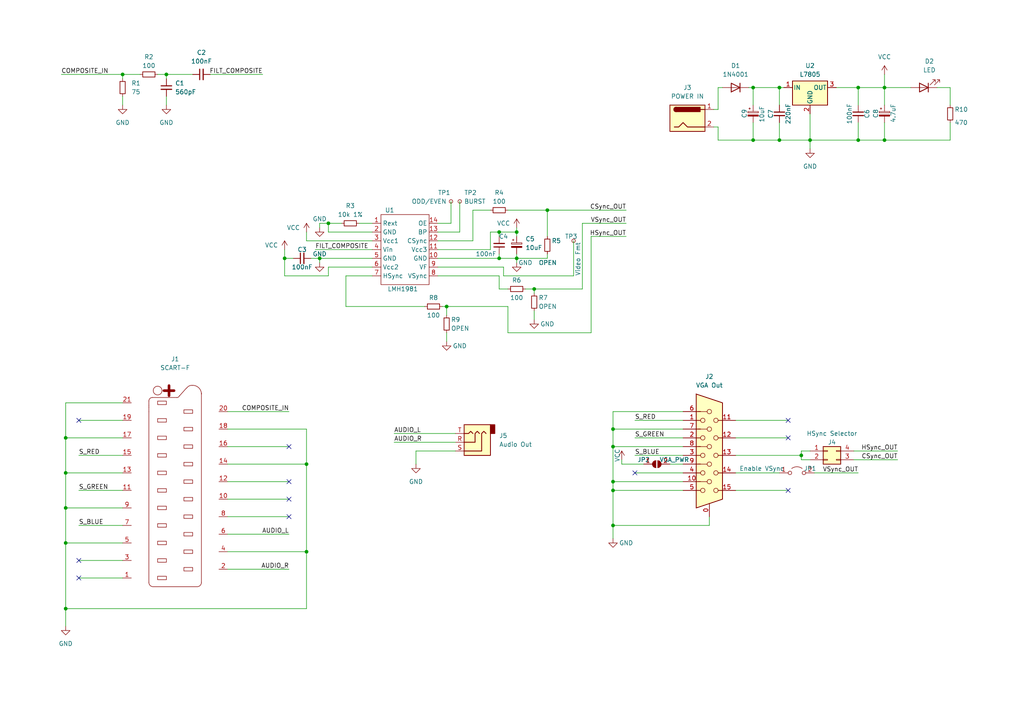
<source format=kicad_sch>
(kicad_sch (version 20230121) (generator eeschema)

  (uuid 99f02354-cbc7-4051-afde-370f4d1f5517)

  (paper "A4")

  (title_block
    (rev "1")
  )

  (lib_symbols
    (symbol "Connector:Barrel_Jack" (pin_names (offset 1.016)) (in_bom yes) (on_board yes)
      (property "Reference" "J" (at 0 5.334 0)
        (effects (font (size 1.27 1.27)))
      )
      (property "Value" "Barrel_Jack" (at 0 -5.08 0)
        (effects (font (size 1.27 1.27)))
      )
      (property "Footprint" "" (at 1.27 -1.016 0)
        (effects (font (size 1.27 1.27)) hide)
      )
      (property "Datasheet" "~" (at 1.27 -1.016 0)
        (effects (font (size 1.27 1.27)) hide)
      )
      (property "ki_keywords" "DC power barrel jack connector" (at 0 0 0)
        (effects (font (size 1.27 1.27)) hide)
      )
      (property "ki_description" "DC Barrel Jack" (at 0 0 0)
        (effects (font (size 1.27 1.27)) hide)
      )
      (property "ki_fp_filters" "BarrelJack*" (at 0 0 0)
        (effects (font (size 1.27 1.27)) hide)
      )
      (symbol "Barrel_Jack_0_1"
        (rectangle (start -5.08 3.81) (end 5.08 -3.81)
          (stroke (width 0.254) (type default))
          (fill (type background))
        )
        (arc (start -3.302 3.175) (mid -3.9343 2.54) (end -3.302 1.905)
          (stroke (width 0.254) (type default))
          (fill (type none))
        )
        (arc (start -3.302 3.175) (mid -3.9343 2.54) (end -3.302 1.905)
          (stroke (width 0.254) (type default))
          (fill (type outline))
        )
        (polyline
          (pts
            (xy 5.08 2.54)
            (xy 3.81 2.54)
          )
          (stroke (width 0.254) (type default))
          (fill (type none))
        )
        (polyline
          (pts
            (xy -3.81 -2.54)
            (xy -2.54 -2.54)
            (xy -1.27 -1.27)
            (xy 0 -2.54)
            (xy 2.54 -2.54)
            (xy 5.08 -2.54)
          )
          (stroke (width 0.254) (type default))
          (fill (type none))
        )
        (rectangle (start 3.683 3.175) (end -3.302 1.905)
          (stroke (width 0.254) (type default))
          (fill (type outline))
        )
      )
      (symbol "Barrel_Jack_1_1"
        (pin passive line (at 7.62 2.54 180) (length 2.54)
          (name "~" (effects (font (size 1.27 1.27))))
          (number "1" (effects (font (size 1.27 1.27))))
        )
        (pin passive line (at 7.62 -2.54 180) (length 2.54)
          (name "~" (effects (font (size 1.27 1.27))))
          (number "2" (effects (font (size 1.27 1.27))))
        )
      )
    )
    (symbol "Connector:DE15_Receptacle_HighDensity_MountingHoles" (pin_names (offset 1.016) hide) (in_bom yes) (on_board yes)
      (property "Reference" "J" (at 0 21.59 0)
        (effects (font (size 1.27 1.27)))
      )
      (property "Value" "DE15_Receptacle_HighDensity_MountingHoles" (at 0 19.05 0)
        (effects (font (size 1.27 1.27)))
      )
      (property "Footprint" "" (at -24.13 10.16 0)
        (effects (font (size 1.27 1.27)) hide)
      )
      (property "Datasheet" " ~" (at -24.13 10.16 0)
        (effects (font (size 1.27 1.27)) hide)
      )
      (property "ki_keywords" "connector receptacle de15 female D-SUB VGA" (at 0 0 0)
        (effects (font (size 1.27 1.27)) hide)
      )
      (property "ki_description" "15-pin female receptacle socket D-SUB connector, High density (3 columns), Triple Row, Generic, VGA-connector, Mounting Hole" (at 0 0 0)
        (effects (font (size 1.27 1.27)) hide)
      )
      (property "ki_fp_filters" "DSUB*Female*" (at 0 0 0)
        (effects (font (size 1.27 1.27)) hide)
      )
      (symbol "DE15_Receptacle_HighDensity_MountingHoles_0_1"
        (circle (center -1.905 -10.16) (radius 0.635)
          (stroke (width 0) (type default))
          (fill (type none))
        )
        (circle (center -1.905 -5.08) (radius 0.635)
          (stroke (width 0) (type default))
          (fill (type none))
        )
        (circle (center -1.905 0) (radius 0.635)
          (stroke (width 0) (type default))
          (fill (type none))
        )
        (circle (center -1.905 5.08) (radius 0.635)
          (stroke (width 0) (type default))
          (fill (type none))
        )
        (circle (center -1.905 10.16) (radius 0.635)
          (stroke (width 0) (type default))
          (fill (type none))
        )
        (circle (center 0 -7.62) (radius 0.635)
          (stroke (width 0) (type default))
          (fill (type none))
        )
        (circle (center 0 -2.54) (radius 0.635)
          (stroke (width 0) (type default))
          (fill (type none))
        )
        (polyline
          (pts
            (xy -3.175 7.62)
            (xy -0.635 7.62)
          )
          (stroke (width 0) (type default))
          (fill (type none))
        )
        (polyline
          (pts
            (xy -0.635 -7.62)
            (xy -3.175 -7.62)
          )
          (stroke (width 0) (type default))
          (fill (type none))
        )
        (polyline
          (pts
            (xy -0.635 -2.54)
            (xy -3.175 -2.54)
          )
          (stroke (width 0) (type default))
          (fill (type none))
        )
        (polyline
          (pts
            (xy -0.635 2.54)
            (xy -3.175 2.54)
          )
          (stroke (width 0) (type default))
          (fill (type none))
        )
        (polyline
          (pts
            (xy -0.635 12.7)
            (xy -3.175 12.7)
          )
          (stroke (width 0) (type default))
          (fill (type none))
        )
        (polyline
          (pts
            (xy -3.81 17.78)
            (xy -3.81 -15.24)
            (xy 3.81 -12.7)
            (xy 3.81 15.24)
            (xy -3.81 17.78)
          )
          (stroke (width 0.254) (type default))
          (fill (type background))
        )
        (circle (center 0 2.54) (radius 0.635)
          (stroke (width 0) (type default))
          (fill (type none))
        )
        (circle (center 0 7.62) (radius 0.635)
          (stroke (width 0) (type default))
          (fill (type none))
        )
        (circle (center 0 12.7) (radius 0.635)
          (stroke (width 0) (type default))
          (fill (type none))
        )
        (circle (center 1.905 -10.16) (radius 0.635)
          (stroke (width 0) (type default))
          (fill (type none))
        )
        (circle (center 1.905 -5.08) (radius 0.635)
          (stroke (width 0) (type default))
          (fill (type none))
        )
        (circle (center 1.905 0) (radius 0.635)
          (stroke (width 0) (type default))
          (fill (type none))
        )
        (circle (center 1.905 5.08) (radius 0.635)
          (stroke (width 0) (type default))
          (fill (type none))
        )
        (circle (center 1.905 10.16) (radius 0.635)
          (stroke (width 0) (type default))
          (fill (type none))
        )
      )
      (symbol "DE15_Receptacle_HighDensity_MountingHoles_1_1"
        (pin passive line (at 0 -17.78 90) (length 3.81)
          (name "~" (effects (font (size 1.27 1.27))))
          (number "0" (effects (font (size 1.27 1.27))))
        )
        (pin passive line (at -7.62 10.16 0) (length 5.08)
          (name "~" (effects (font (size 1.27 1.27))))
          (number "1" (effects (font (size 1.27 1.27))))
        )
        (pin passive line (at -7.62 -7.62 0) (length 5.08)
          (name "~" (effects (font (size 1.27 1.27))))
          (number "10" (effects (font (size 1.27 1.27))))
        )
        (pin passive line (at 7.62 10.16 180) (length 5.08)
          (name "~" (effects (font (size 1.27 1.27))))
          (number "11" (effects (font (size 1.27 1.27))))
        )
        (pin passive line (at 7.62 5.08 180) (length 5.08)
          (name "~" (effects (font (size 1.27 1.27))))
          (number "12" (effects (font (size 1.27 1.27))))
        )
        (pin passive line (at 7.62 0 180) (length 5.08)
          (name "~" (effects (font (size 1.27 1.27))))
          (number "13" (effects (font (size 1.27 1.27))))
        )
        (pin passive line (at 7.62 -5.08 180) (length 5.08)
          (name "~" (effects (font (size 1.27 1.27))))
          (number "14" (effects (font (size 1.27 1.27))))
        )
        (pin passive line (at 7.62 -10.16 180) (length 5.08)
          (name "~" (effects (font (size 1.27 1.27))))
          (number "15" (effects (font (size 1.27 1.27))))
        )
        (pin passive line (at -7.62 5.08 0) (length 5.08)
          (name "~" (effects (font (size 1.27 1.27))))
          (number "2" (effects (font (size 1.27 1.27))))
        )
        (pin passive line (at -7.62 0 0) (length 5.08)
          (name "~" (effects (font (size 1.27 1.27))))
          (number "3" (effects (font (size 1.27 1.27))))
        )
        (pin passive line (at -7.62 -5.08 0) (length 5.08)
          (name "~" (effects (font (size 1.27 1.27))))
          (number "4" (effects (font (size 1.27 1.27))))
        )
        (pin passive line (at -7.62 -10.16 0) (length 5.08)
          (name "~" (effects (font (size 1.27 1.27))))
          (number "5" (effects (font (size 1.27 1.27))))
        )
        (pin passive line (at -7.62 12.7 0) (length 5.08)
          (name "~" (effects (font (size 1.27 1.27))))
          (number "6" (effects (font (size 1.27 1.27))))
        )
        (pin passive line (at -7.62 7.62 0) (length 5.08)
          (name "~" (effects (font (size 1.27 1.27))))
          (number "7" (effects (font (size 1.27 1.27))))
        )
        (pin passive line (at -7.62 2.54 0) (length 5.08)
          (name "~" (effects (font (size 1.27 1.27))))
          (number "8" (effects (font (size 1.27 1.27))))
        )
        (pin passive line (at -7.62 -2.54 0) (length 5.08)
          (name "~" (effects (font (size 1.27 1.27))))
          (number "9" (effects (font (size 1.27 1.27))))
        )
      )
    )
    (symbol "Connector:SCART-F" (pin_names (offset 0.762) hide) (in_bom yes) (on_board yes)
      (property "Reference" "J" (at 0 31.75 0)
        (effects (font (size 1.27 1.27)))
      )
      (property "Value" "SCART-F" (at 1.016 -29.21 0)
        (effects (font (size 1.27 1.27)))
      )
      (property "Footprint" "" (at 0 1.27 0)
        (effects (font (size 1.27 1.27)) hide)
      )
      (property "Datasheet" " ~" (at 0 1.27 0)
        (effects (font (size 1.27 1.27)) hide)
      )
      (property "ki_keywords" "connector" (at 0 0 0)
        (effects (font (size 1.27 1.27)) hide)
      )
      (property "ki_description" "Prise Peritel" (at 0 0 0)
        (effects (font (size 1.27 1.27)) hide)
      )
      (symbol "SCART-F_0_1"
        (arc (start -7.62 -26.67) (mid -7.248 -27.568) (end -6.35 -27.94)
          (stroke (width 0) (type default))
          (fill (type none))
        )
        (arc (start -6.604 26.9494) (mid -7.3224 26.6518) (end -7.62 25.9334)
          (stroke (width 0) (type default))
          (fill (type none))
        )
        (rectangle (start -5.08 -24.892) (end -2.54 -25.908)
          (stroke (width 0) (type default))
          (fill (type none))
        )
        (rectangle (start -5.08 -19.812) (end -2.54 -20.828)
          (stroke (width 0) (type default))
          (fill (type none))
        )
        (rectangle (start -5.08 -14.732) (end -2.54 -15.748)
          (stroke (width 0) (type default))
          (fill (type none))
        )
        (rectangle (start -5.08 -9.652) (end -2.54 -10.668)
          (stroke (width 0) (type default))
          (fill (type none))
        )
        (rectangle (start -5.08 -4.572) (end -2.54 -5.588)
          (stroke (width 0) (type default))
          (fill (type none))
        )
        (rectangle (start -5.08 0.508) (end -2.54 -0.508)
          (stroke (width 0) (type default))
          (fill (type none))
        )
        (rectangle (start -5.08 5.588) (end -2.54 4.572)
          (stroke (width 0) (type default))
          (fill (type none))
        )
        (rectangle (start -5.08 10.668) (end -2.54 9.652)
          (stroke (width 0) (type default))
          (fill (type none))
        )
        (rectangle (start -5.08 15.748) (end -2.54 14.732)
          (stroke (width 0) (type default))
          (fill (type none))
        )
        (rectangle (start -5.08 20.828) (end -2.54 19.812)
          (stroke (width 0) (type default))
          (fill (type none))
        )
        (rectangle (start -5.08 25.908) (end -2.54 24.892)
          (stroke (width 0) (type default))
          (fill (type none))
        )
        (circle (center -5.08 28.956) (radius 1.27)
          (stroke (width 0) (type default))
          (fill (type none))
        )
        (polyline
          (pts
            (xy -7.62 22.86)
            (xy -7.62 -26.67)
          )
          (stroke (width 0) (type default))
          (fill (type none))
        )
        (polyline
          (pts
            (xy -7.62 22.86)
            (xy -7.62 24.13)
          )
          (stroke (width 0) (type default))
          (fill (type none))
        )
        (polyline
          (pts
            (xy -7.62 24.6634)
            (xy -7.62 24.13)
          )
          (stroke (width 0) (type default))
          (fill (type none))
        )
        (polyline
          (pts
            (xy -7.62 24.6634)
            (xy -7.62 25.9334)
          )
          (stroke (width 0) (type default))
          (fill (type none))
        )
        (polyline
          (pts
            (xy -6.604 26.9494)
            (xy 0.508 26.9494)
          )
          (stroke (width 0) (type default))
          (fill (type none))
        )
        (polyline
          (pts
            (xy -6.35 -27.94)
            (xy 6.35 -27.94)
          )
          (stroke (width 0) (type default))
          (fill (type none))
        )
        (polyline
          (pts
            (xy 3.302 29.718)
            (xy 1.27 27.432)
          )
          (stroke (width 0) (type default))
          (fill (type none))
        )
        (polyline
          (pts
            (xy 4.826 30.48)
            (xy 5.08 30.48)
          )
          (stroke (width 0) (type default))
          (fill (type none))
        )
        (polyline
          (pts
            (xy 7.62 -26.67)
            (xy 7.62 28.2194)
          )
          (stroke (width 0) (type default))
          (fill (type none))
        )
        (arc (start 0.508 26.924) (mid 0.9569 27.0702) (end 1.2192 27.4574)
          (stroke (width 0) (type default))
          (fill (type none))
        )
        (rectangle (start 2.54 -22.352) (end 5.08 -23.368)
          (stroke (width 0) (type default))
          (fill (type none))
        )
        (rectangle (start 2.54 -17.272) (end 5.08 -18.288)
          (stroke (width 0) (type default))
          (fill (type none))
        )
        (rectangle (start 2.54 -12.192) (end 5.08 -13.208)
          (stroke (width 0) (type default))
          (fill (type none))
        )
        (rectangle (start 2.54 -7.112) (end 5.08 -8.128)
          (stroke (width 0) (type default))
          (fill (type none))
        )
        (rectangle (start 2.54 -2.032) (end 5.08 -3.048)
          (stroke (width 0) (type default))
          (fill (type none))
        )
        (rectangle (start 2.54 3.048) (end 5.08 2.032)
          (stroke (width 0) (type default))
          (fill (type none))
        )
        (rectangle (start 2.54 8.128) (end 5.08 7.112)
          (stroke (width 0) (type default))
          (fill (type none))
        )
        (rectangle (start 2.54 13.208) (end 5.08 12.192)
          (stroke (width 0) (type default))
          (fill (type none))
        )
        (rectangle (start 2.54 18.288) (end 5.08 17.272)
          (stroke (width 0) (type default))
          (fill (type none))
        )
        (rectangle (start 2.54 23.368) (end 5.08 22.352)
          (stroke (width 0) (type default))
          (fill (type none))
        )
        (arc (start 4.826 30.48) (mid 3.999 30.2726) (end 3.3782 29.6926)
          (stroke (width 0) (type default))
          (fill (type none))
        )
        (arc (start 6.35 -27.94) (mid 7.248 -27.568) (end 7.62 -26.67)
          (stroke (width 0) (type default))
          (fill (type none))
        )
        (arc (start 7.62 27.94) (mid 6.8761 29.7361) (end 5.08 30.48)
          (stroke (width 0) (type default))
          (fill (type none))
        )
        (text "+" (at -1.778 29.21 0)
          (effects (font (size 3.81 3.81) bold))
        )
      )
      (symbol "SCART-F_1_1"
        (pin passive line (at -15.24 -25.4 0) (length 2.54)
          (name "P1" (effects (font (size 1.27 1.27))))
          (number "1" (effects (font (size 1.27 1.27))))
        )
        (pin passive line (at 15.24 -2.54 180) (length 2.54)
          (name "P10" (effects (font (size 1.27 1.27))))
          (number "10" (effects (font (size 1.27 1.27))))
        )
        (pin passive line (at -15.24 0 0) (length 2.54)
          (name "P11" (effects (font (size 1.27 1.27))))
          (number "11" (effects (font (size 1.27 1.27))))
        )
        (pin passive line (at 15.24 2.54 180) (length 2.54)
          (name "P12" (effects (font (size 1.27 1.27))))
          (number "12" (effects (font (size 1.27 1.27))))
        )
        (pin passive line (at -15.24 5.08 0) (length 2.54)
          (name "P13" (effects (font (size 1.27 1.27))))
          (number "13" (effects (font (size 1.27 1.27))))
        )
        (pin passive line (at 15.24 7.62 180) (length 2.54)
          (name "P14" (effects (font (size 1.27 1.27))))
          (number "14" (effects (font (size 1.27 1.27))))
        )
        (pin passive line (at -15.24 10.16 0) (length 2.54)
          (name "P15" (effects (font (size 1.27 1.27))))
          (number "15" (effects (font (size 1.27 1.27))))
        )
        (pin passive line (at 15.24 12.7 180) (length 2.54)
          (name "P16" (effects (font (size 1.27 1.27))))
          (number "16" (effects (font (size 1.27 1.27))))
        )
        (pin passive line (at -15.24 15.24 0) (length 2.54)
          (name "P17" (effects (font (size 1.27 1.27))))
          (number "17" (effects (font (size 1.27 1.27))))
        )
        (pin passive line (at 15.24 17.78 180) (length 2.54)
          (name "P18" (effects (font (size 1.27 1.27))))
          (number "18" (effects (font (size 1.27 1.27))))
        )
        (pin passive line (at -15.24 20.32 0) (length 2.54)
          (name "P19" (effects (font (size 1.27 1.27))))
          (number "19" (effects (font (size 1.27 1.27))))
        )
        (pin passive line (at 15.24 -22.86 180) (length 2.54)
          (name "P2" (effects (font (size 1.27 1.27))))
          (number "2" (effects (font (size 1.27 1.27))))
        )
        (pin passive line (at 15.24 22.86 180) (length 2.54)
          (name "P20" (effects (font (size 1.27 1.27))))
          (number "20" (effects (font (size 1.27 1.27))))
        )
        (pin passive line (at -15.24 25.4 0) (length 2.54)
          (name "P21" (effects (font (size 1.27 1.27))))
          (number "21" (effects (font (size 1.27 1.27))))
        )
        (pin passive line (at -15.24 -20.32 0) (length 2.54)
          (name "P3" (effects (font (size 1.27 1.27))))
          (number "3" (effects (font (size 1.27 1.27))))
        )
        (pin passive line (at 15.24 -17.78 180) (length 2.54)
          (name "P4" (effects (font (size 1.27 1.27))))
          (number "4" (effects (font (size 1.27 1.27))))
        )
        (pin passive line (at -15.24 -15.24 0) (length 2.54)
          (name "P5" (effects (font (size 1.27 1.27))))
          (number "5" (effects (font (size 1.27 1.27))))
        )
        (pin passive line (at 15.24 -12.7 180) (length 2.54)
          (name "P6" (effects (font (size 1.27 1.27))))
          (number "6" (effects (font (size 1.27 1.27))))
        )
        (pin passive line (at -15.24 -10.16 0) (length 2.54)
          (name "P7" (effects (font (size 1.27 1.27))))
          (number "7" (effects (font (size 1.27 1.27))))
        )
        (pin passive line (at 15.24 -7.62 180) (length 2.54)
          (name "P8" (effects (font (size 1.27 1.27))))
          (number "8" (effects (font (size 1.27 1.27))))
        )
        (pin passive line (at -15.24 -5.08 0) (length 2.54)
          (name "P9" (effects (font (size 1.27 1.27))))
          (number "9" (effects (font (size 1.27 1.27))))
        )
      )
    )
    (symbol "Connector:TestPoint_Small" (pin_numbers hide) (pin_names (offset 0.762) hide) (in_bom yes) (on_board yes)
      (property "Reference" "TP" (at 0 3.81 0)
        (effects (font (size 1.27 1.27)))
      )
      (property "Value" "TestPoint_Small" (at 0 2.032 0)
        (effects (font (size 1.27 1.27)))
      )
      (property "Footprint" "" (at 5.08 0 0)
        (effects (font (size 1.27 1.27)) hide)
      )
      (property "Datasheet" "~" (at 5.08 0 0)
        (effects (font (size 1.27 1.27)) hide)
      )
      (property "ki_keywords" "test point tp" (at 0 0 0)
        (effects (font (size 1.27 1.27)) hide)
      )
      (property "ki_description" "test point" (at 0 0 0)
        (effects (font (size 1.27 1.27)) hide)
      )
      (property "ki_fp_filters" "Pin* Test*" (at 0 0 0)
        (effects (font (size 1.27 1.27)) hide)
      )
      (symbol "TestPoint_Small_0_1"
        (circle (center 0 0) (radius 0.508)
          (stroke (width 0) (type default))
          (fill (type none))
        )
      )
      (symbol "TestPoint_Small_1_1"
        (pin passive line (at 0 0 90) (length 0)
          (name "1" (effects (font (size 1.27 1.27))))
          (number "1" (effects (font (size 1.27 1.27))))
        )
      )
    )
    (symbol "Connector_Audio:AudioJack3" (in_bom yes) (on_board yes)
      (property "Reference" "J" (at 0 8.89 0)
        (effects (font (size 1.27 1.27)))
      )
      (property "Value" "AudioJack3" (at 0 6.35 0)
        (effects (font (size 1.27 1.27)))
      )
      (property "Footprint" "" (at 0 0 0)
        (effects (font (size 1.27 1.27)) hide)
      )
      (property "Datasheet" "~" (at 0 0 0)
        (effects (font (size 1.27 1.27)) hide)
      )
      (property "ki_keywords" "audio jack receptacle stereo headphones phones TRS connector" (at 0 0 0)
        (effects (font (size 1.27 1.27)) hide)
      )
      (property "ki_description" "Audio Jack, 3 Poles (Stereo / TRS)" (at 0 0 0)
        (effects (font (size 1.27 1.27)) hide)
      )
      (property "ki_fp_filters" "Jack*" (at 0 0 0)
        (effects (font (size 1.27 1.27)) hide)
      )
      (symbol "AudioJack3_0_1"
        (rectangle (start -5.08 -5.08) (end -6.35 -2.54)
          (stroke (width 0.254) (type default))
          (fill (type outline))
        )
        (polyline
          (pts
            (xy 0 -2.54)
            (xy 0.635 -3.175)
            (xy 1.27 -2.54)
            (xy 2.54 -2.54)
          )
          (stroke (width 0.254) (type default))
          (fill (type none))
        )
        (polyline
          (pts
            (xy -1.905 -2.54)
            (xy -1.27 -3.175)
            (xy -0.635 -2.54)
            (xy -0.635 0)
            (xy 2.54 0)
          )
          (stroke (width 0.254) (type default))
          (fill (type none))
        )
        (polyline
          (pts
            (xy 2.54 2.54)
            (xy -2.54 2.54)
            (xy -2.54 -2.54)
            (xy -3.175 -3.175)
            (xy -3.81 -2.54)
          )
          (stroke (width 0.254) (type default))
          (fill (type none))
        )
        (rectangle (start 2.54 3.81) (end -5.08 -5.08)
          (stroke (width 0.254) (type default))
          (fill (type background))
        )
      )
      (symbol "AudioJack3_1_1"
        (pin passive line (at 5.08 0 180) (length 2.54)
          (name "~" (effects (font (size 1.27 1.27))))
          (number "R" (effects (font (size 1.27 1.27))))
        )
        (pin passive line (at 5.08 2.54 180) (length 2.54)
          (name "~" (effects (font (size 1.27 1.27))))
          (number "S" (effects (font (size 1.27 1.27))))
        )
        (pin passive line (at 5.08 -2.54 180) (length 2.54)
          (name "~" (effects (font (size 1.27 1.27))))
          (number "T" (effects (font (size 1.27 1.27))))
        )
      )
    )
    (symbol "Connector_Generic:Conn_02x02_Counter_Clockwise" (pin_names (offset 1.016) hide) (in_bom yes) (on_board yes)
      (property "Reference" "J" (at 1.27 2.54 0)
        (effects (font (size 1.27 1.27)))
      )
      (property "Value" "Conn_02x02_Counter_Clockwise" (at 1.27 -5.08 0)
        (effects (font (size 1.27 1.27)))
      )
      (property "Footprint" "" (at 0 0 0)
        (effects (font (size 1.27 1.27)) hide)
      )
      (property "Datasheet" "~" (at 0 0 0)
        (effects (font (size 1.27 1.27)) hide)
      )
      (property "ki_keywords" "connector" (at 0 0 0)
        (effects (font (size 1.27 1.27)) hide)
      )
      (property "ki_description" "Generic connector, double row, 02x02, counter clockwise pin numbering scheme (similar to DIP package numbering), script generated (kicad-library-utils/schlib/autogen/connector/)" (at 0 0 0)
        (effects (font (size 1.27 1.27)) hide)
      )
      (property "ki_fp_filters" "Connector*:*_2x??_*" (at 0 0 0)
        (effects (font (size 1.27 1.27)) hide)
      )
      (symbol "Conn_02x02_Counter_Clockwise_1_1"
        (rectangle (start -1.27 -2.413) (end 0 -2.667)
          (stroke (width 0.1524) (type default))
          (fill (type none))
        )
        (rectangle (start -1.27 0.127) (end 0 -0.127)
          (stroke (width 0.1524) (type default))
          (fill (type none))
        )
        (rectangle (start -1.27 1.27) (end 3.81 -3.81)
          (stroke (width 0.254) (type default))
          (fill (type background))
        )
        (rectangle (start 3.81 -2.413) (end 2.54 -2.667)
          (stroke (width 0.1524) (type default))
          (fill (type none))
        )
        (rectangle (start 3.81 0.127) (end 2.54 -0.127)
          (stroke (width 0.1524) (type default))
          (fill (type none))
        )
        (pin passive line (at -5.08 0 0) (length 3.81)
          (name "Pin_1" (effects (font (size 1.27 1.27))))
          (number "1" (effects (font (size 1.27 1.27))))
        )
        (pin passive line (at -5.08 -2.54 0) (length 3.81)
          (name "Pin_2" (effects (font (size 1.27 1.27))))
          (number "2" (effects (font (size 1.27 1.27))))
        )
        (pin passive line (at 7.62 -2.54 180) (length 3.81)
          (name "Pin_3" (effects (font (size 1.27 1.27))))
          (number "3" (effects (font (size 1.27 1.27))))
        )
        (pin passive line (at 7.62 0 180) (length 3.81)
          (name "Pin_4" (effects (font (size 1.27 1.27))))
          (number "4" (effects (font (size 1.27 1.27))))
        )
      )
    )
    (symbol "Device:C_Polarized_Small" (pin_numbers hide) (pin_names (offset 0.254) hide) (in_bom yes) (on_board yes)
      (property "Reference" "C" (at 0.254 1.778 0)
        (effects (font (size 1.27 1.27)) (justify left))
      )
      (property "Value" "C_Polarized_Small" (at 0.254 -2.032 0)
        (effects (font (size 1.27 1.27)) (justify left))
      )
      (property "Footprint" "" (at 0 0 0)
        (effects (font (size 1.27 1.27)) hide)
      )
      (property "Datasheet" "~" (at 0 0 0)
        (effects (font (size 1.27 1.27)) hide)
      )
      (property "ki_keywords" "cap capacitor" (at 0 0 0)
        (effects (font (size 1.27 1.27)) hide)
      )
      (property "ki_description" "Polarized capacitor, small symbol" (at 0 0 0)
        (effects (font (size 1.27 1.27)) hide)
      )
      (property "ki_fp_filters" "CP_*" (at 0 0 0)
        (effects (font (size 1.27 1.27)) hide)
      )
      (symbol "C_Polarized_Small_0_1"
        (rectangle (start -1.524 -0.3048) (end 1.524 -0.6858)
          (stroke (width 0) (type default))
          (fill (type outline))
        )
        (rectangle (start -1.524 0.6858) (end 1.524 0.3048)
          (stroke (width 0) (type default))
          (fill (type none))
        )
        (polyline
          (pts
            (xy -1.27 1.524)
            (xy -0.762 1.524)
          )
          (stroke (width 0) (type default))
          (fill (type none))
        )
        (polyline
          (pts
            (xy -1.016 1.27)
            (xy -1.016 1.778)
          )
          (stroke (width 0) (type default))
          (fill (type none))
        )
      )
      (symbol "C_Polarized_Small_1_1"
        (pin passive line (at 0 2.54 270) (length 1.8542)
          (name "~" (effects (font (size 1.27 1.27))))
          (number "1" (effects (font (size 1.27 1.27))))
        )
        (pin passive line (at 0 -2.54 90) (length 1.8542)
          (name "~" (effects (font (size 1.27 1.27))))
          (number "2" (effects (font (size 1.27 1.27))))
        )
      )
    )
    (symbol "Device:C_Small" (pin_numbers hide) (pin_names (offset 0.254) hide) (in_bom yes) (on_board yes)
      (property "Reference" "C" (at 0.254 1.778 0)
        (effects (font (size 1.27 1.27)) (justify left))
      )
      (property "Value" "C_Small" (at 0.254 -2.032 0)
        (effects (font (size 1.27 1.27)) (justify left))
      )
      (property "Footprint" "" (at 0 0 0)
        (effects (font (size 1.27 1.27)) hide)
      )
      (property "Datasheet" "~" (at 0 0 0)
        (effects (font (size 1.27 1.27)) hide)
      )
      (property "ki_keywords" "capacitor cap" (at 0 0 0)
        (effects (font (size 1.27 1.27)) hide)
      )
      (property "ki_description" "Unpolarized capacitor, small symbol" (at 0 0 0)
        (effects (font (size 1.27 1.27)) hide)
      )
      (property "ki_fp_filters" "C_*" (at 0 0 0)
        (effects (font (size 1.27 1.27)) hide)
      )
      (symbol "C_Small_0_1"
        (polyline
          (pts
            (xy -1.524 -0.508)
            (xy 1.524 -0.508)
          )
          (stroke (width 0.3302) (type default))
          (fill (type none))
        )
        (polyline
          (pts
            (xy -1.524 0.508)
            (xy 1.524 0.508)
          )
          (stroke (width 0.3048) (type default))
          (fill (type none))
        )
      )
      (symbol "C_Small_1_1"
        (pin passive line (at 0 2.54 270) (length 2.032)
          (name "~" (effects (font (size 1.27 1.27))))
          (number "1" (effects (font (size 1.27 1.27))))
        )
        (pin passive line (at 0 -2.54 90) (length 2.032)
          (name "~" (effects (font (size 1.27 1.27))))
          (number "2" (effects (font (size 1.27 1.27))))
        )
      )
    )
    (symbol "Device:LED" (pin_numbers hide) (pin_names (offset 1.016) hide) (in_bom yes) (on_board yes)
      (property "Reference" "D" (at 0 2.54 0)
        (effects (font (size 1.27 1.27)))
      )
      (property "Value" "LED" (at 0 -2.54 0)
        (effects (font (size 1.27 1.27)))
      )
      (property "Footprint" "" (at 0 0 0)
        (effects (font (size 1.27 1.27)) hide)
      )
      (property "Datasheet" "~" (at 0 0 0)
        (effects (font (size 1.27 1.27)) hide)
      )
      (property "ki_keywords" "LED diode" (at 0 0 0)
        (effects (font (size 1.27 1.27)) hide)
      )
      (property "ki_description" "Light emitting diode" (at 0 0 0)
        (effects (font (size 1.27 1.27)) hide)
      )
      (property "ki_fp_filters" "LED* LED_SMD:* LED_THT:*" (at 0 0 0)
        (effects (font (size 1.27 1.27)) hide)
      )
      (symbol "LED_0_1"
        (polyline
          (pts
            (xy -1.27 -1.27)
            (xy -1.27 1.27)
          )
          (stroke (width 0.254) (type default))
          (fill (type none))
        )
        (polyline
          (pts
            (xy -1.27 0)
            (xy 1.27 0)
          )
          (stroke (width 0) (type default))
          (fill (type none))
        )
        (polyline
          (pts
            (xy 1.27 -1.27)
            (xy 1.27 1.27)
            (xy -1.27 0)
            (xy 1.27 -1.27)
          )
          (stroke (width 0.254) (type default))
          (fill (type none))
        )
        (polyline
          (pts
            (xy -3.048 -0.762)
            (xy -4.572 -2.286)
            (xy -3.81 -2.286)
            (xy -4.572 -2.286)
            (xy -4.572 -1.524)
          )
          (stroke (width 0) (type default))
          (fill (type none))
        )
        (polyline
          (pts
            (xy -1.778 -0.762)
            (xy -3.302 -2.286)
            (xy -2.54 -2.286)
            (xy -3.302 -2.286)
            (xy -3.302 -1.524)
          )
          (stroke (width 0) (type default))
          (fill (type none))
        )
      )
      (symbol "LED_1_1"
        (pin passive line (at -3.81 0 0) (length 2.54)
          (name "K" (effects (font (size 1.27 1.27))))
          (number "1" (effects (font (size 1.27 1.27))))
        )
        (pin passive line (at 3.81 0 180) (length 2.54)
          (name "A" (effects (font (size 1.27 1.27))))
          (number "2" (effects (font (size 1.27 1.27))))
        )
      )
    )
    (symbol "Device:R_Small" (pin_numbers hide) (pin_names (offset 0.254) hide) (in_bom yes) (on_board yes)
      (property "Reference" "R" (at 0.762 0.508 0)
        (effects (font (size 1.27 1.27)) (justify left))
      )
      (property "Value" "R_Small" (at 0.762 -1.016 0)
        (effects (font (size 1.27 1.27)) (justify left))
      )
      (property "Footprint" "" (at 0 0 0)
        (effects (font (size 1.27 1.27)) hide)
      )
      (property "Datasheet" "~" (at 0 0 0)
        (effects (font (size 1.27 1.27)) hide)
      )
      (property "ki_keywords" "R resistor" (at 0 0 0)
        (effects (font (size 1.27 1.27)) hide)
      )
      (property "ki_description" "Resistor, small symbol" (at 0 0 0)
        (effects (font (size 1.27 1.27)) hide)
      )
      (property "ki_fp_filters" "R_*" (at 0 0 0)
        (effects (font (size 1.27 1.27)) hide)
      )
      (symbol "R_Small_0_1"
        (rectangle (start -0.762 1.778) (end 0.762 -1.778)
          (stroke (width 0.2032) (type default))
          (fill (type none))
        )
      )
      (symbol "R_Small_1_1"
        (pin passive line (at 0 2.54 270) (length 0.762)
          (name "~" (effects (font (size 1.27 1.27))))
          (number "1" (effects (font (size 1.27 1.27))))
        )
        (pin passive line (at 0 -2.54 90) (length 0.762)
          (name "~" (effects (font (size 1.27 1.27))))
          (number "2" (effects (font (size 1.27 1.27))))
        )
      )
    )
    (symbol "Diode:1N4001" (pin_numbers hide) (pin_names hide) (in_bom yes) (on_board yes)
      (property "Reference" "D" (at 0 2.54 0)
        (effects (font (size 1.27 1.27)))
      )
      (property "Value" "1N4001" (at 0 -2.54 0)
        (effects (font (size 1.27 1.27)))
      )
      (property "Footprint" "Diode_THT:D_DO-41_SOD81_P10.16mm_Horizontal" (at 0 0 0)
        (effects (font (size 1.27 1.27)) hide)
      )
      (property "Datasheet" "http://www.vishay.com/docs/88503/1n4001.pdf" (at 0 0 0)
        (effects (font (size 1.27 1.27)) hide)
      )
      (property "Sim.Device" "D" (at 0 0 0)
        (effects (font (size 1.27 1.27)) hide)
      )
      (property "Sim.Pins" "1=K 2=A" (at 0 0 0)
        (effects (font (size 1.27 1.27)) hide)
      )
      (property "ki_keywords" "diode" (at 0 0 0)
        (effects (font (size 1.27 1.27)) hide)
      )
      (property "ki_description" "50V 1A General Purpose Rectifier Diode, DO-41" (at 0 0 0)
        (effects (font (size 1.27 1.27)) hide)
      )
      (property "ki_fp_filters" "D*DO?41*" (at 0 0 0)
        (effects (font (size 1.27 1.27)) hide)
      )
      (symbol "1N4001_0_1"
        (polyline
          (pts
            (xy -1.27 1.27)
            (xy -1.27 -1.27)
          )
          (stroke (width 0.254) (type default))
          (fill (type none))
        )
        (polyline
          (pts
            (xy 1.27 0)
            (xy -1.27 0)
          )
          (stroke (width 0) (type default))
          (fill (type none))
        )
        (polyline
          (pts
            (xy 1.27 1.27)
            (xy 1.27 -1.27)
            (xy -1.27 0)
            (xy 1.27 1.27)
          )
          (stroke (width 0.254) (type default))
          (fill (type none))
        )
      )
      (symbol "1N4001_1_1"
        (pin passive line (at -3.81 0 0) (length 2.54)
          (name "K" (effects (font (size 1.27 1.27))))
          (number "1" (effects (font (size 1.27 1.27))))
        )
        (pin passive line (at 3.81 0 180) (length 2.54)
          (name "A" (effects (font (size 1.27 1.27))))
          (number "2" (effects (font (size 1.27 1.27))))
        )
      )
    )
    (symbol "Jumper:Jumper_2_Open" (pin_names (offset 0) hide) (in_bom yes) (on_board yes)
      (property "Reference" "JP" (at 0 2.794 0)
        (effects (font (size 1.27 1.27)))
      )
      (property "Value" "Jumper_2_Open" (at 0 -2.286 0)
        (effects (font (size 1.27 1.27)))
      )
      (property "Footprint" "" (at 0 0 0)
        (effects (font (size 1.27 1.27)) hide)
      )
      (property "Datasheet" "~" (at 0 0 0)
        (effects (font (size 1.27 1.27)) hide)
      )
      (property "ki_keywords" "Jumper SPST" (at 0 0 0)
        (effects (font (size 1.27 1.27)) hide)
      )
      (property "ki_description" "Jumper, 2-pole, open" (at 0 0 0)
        (effects (font (size 1.27 1.27)) hide)
      )
      (property "ki_fp_filters" "Jumper* TestPoint*2Pads* TestPoint*Bridge*" (at 0 0 0)
        (effects (font (size 1.27 1.27)) hide)
      )
      (symbol "Jumper_2_Open_0_0"
        (circle (center -2.032 0) (radius 0.508)
          (stroke (width 0) (type default))
          (fill (type none))
        )
        (circle (center 2.032 0) (radius 0.508)
          (stroke (width 0) (type default))
          (fill (type none))
        )
      )
      (symbol "Jumper_2_Open_0_1"
        (arc (start 1.524 1.27) (mid 0 1.778) (end -1.524 1.27)
          (stroke (width 0) (type default))
          (fill (type none))
        )
      )
      (symbol "Jumper_2_Open_1_1"
        (pin passive line (at -5.08 0 0) (length 2.54)
          (name "A" (effects (font (size 1.27 1.27))))
          (number "1" (effects (font (size 1.27 1.27))))
        )
        (pin passive line (at 5.08 0 180) (length 2.54)
          (name "B" (effects (font (size 1.27 1.27))))
          (number "2" (effects (font (size 1.27 1.27))))
        )
      )
    )
    (symbol "Jumper:SolderJumper_2_Open" (pin_names (offset 0) hide) (in_bom yes) (on_board yes)
      (property "Reference" "JP" (at 0 2.032 0)
        (effects (font (size 1.27 1.27)))
      )
      (property "Value" "SolderJumper_2_Open" (at 0 -2.54 0)
        (effects (font (size 1.27 1.27)))
      )
      (property "Footprint" "" (at 0 0 0)
        (effects (font (size 1.27 1.27)) hide)
      )
      (property "Datasheet" "~" (at 0 0 0)
        (effects (font (size 1.27 1.27)) hide)
      )
      (property "ki_keywords" "solder jumper SPST" (at 0 0 0)
        (effects (font (size 1.27 1.27)) hide)
      )
      (property "ki_description" "Solder Jumper, 2-pole, open" (at 0 0 0)
        (effects (font (size 1.27 1.27)) hide)
      )
      (property "ki_fp_filters" "SolderJumper*Open*" (at 0 0 0)
        (effects (font (size 1.27 1.27)) hide)
      )
      (symbol "SolderJumper_2_Open_0_1"
        (arc (start -0.254 1.016) (mid -1.2656 0) (end -0.254 -1.016)
          (stroke (width 0) (type default))
          (fill (type none))
        )
        (arc (start -0.254 1.016) (mid -1.2656 0) (end -0.254 -1.016)
          (stroke (width 0) (type default))
          (fill (type outline))
        )
        (polyline
          (pts
            (xy -0.254 1.016)
            (xy -0.254 -1.016)
          )
          (stroke (width 0) (type default))
          (fill (type none))
        )
        (polyline
          (pts
            (xy 0.254 1.016)
            (xy 0.254 -1.016)
          )
          (stroke (width 0) (type default))
          (fill (type none))
        )
        (arc (start 0.254 -1.016) (mid 1.2656 0) (end 0.254 1.016)
          (stroke (width 0) (type default))
          (fill (type none))
        )
        (arc (start 0.254 -1.016) (mid 1.2656 0) (end 0.254 1.016)
          (stroke (width 0) (type default))
          (fill (type outline))
        )
      )
      (symbol "SolderJumper_2_Open_1_1"
        (pin passive line (at -3.81 0 0) (length 2.54)
          (name "A" (effects (font (size 1.27 1.27))))
          (number "1" (effects (font (size 1.27 1.27))))
        )
        (pin passive line (at 3.81 0 180) (length 2.54)
          (name "B" (effects (font (size 1.27 1.27))))
          (number "2" (effects (font (size 1.27 1.27))))
        )
      )
    )
    (symbol "LMH1981:LMH1981" (in_bom yes) (on_board yes)
      (property "Reference" "U" (at -5.08 11.43 0)
        (effects (font (size 1.27 1.27)))
      )
      (property "Value" "LMH1981" (at 0 -11.43 0)
        (effects (font (size 1.27 1.27)))
      )
      (property "Footprint" "Package_SO:TSSOP-14_4.4x5mm_P0.65mm" (at 8.89 11.43 0)
        (effects (font (size 1.27 1.27)) hide)
      )
      (property "Datasheet" "" (at 8.89 11.43 0)
        (effects (font (size 1.27 1.27)) hide)
      )
      (symbol "LMH1981_0_1"
        (rectangle (start -7.62 10.16) (end 6.35 -10.16)
          (stroke (width 0) (type default))
          (fill (type none))
        )
      )
      (symbol "LMH1981_1_1"
        (pin input line (at -10.16 7.62 0) (length 2.54)
          (name "Rext" (effects (font (size 1.27 1.27))))
          (number "1" (effects (font (size 1.27 1.27))))
        )
        (pin power_in line (at 8.89 -2.54 180) (length 2.54)
          (name "GND" (effects (font (size 1.27 1.27))))
          (number "10" (effects (font (size 1.27 1.27))))
        )
        (pin power_in line (at 8.89 0 180) (length 2.54)
          (name "Vcc3" (effects (font (size 1.27 1.27))))
          (number "11" (effects (font (size 1.27 1.27))))
        )
        (pin output line (at 8.89 2.54 180) (length 2.54)
          (name "CSync" (effects (font (size 1.27 1.27))))
          (number "12" (effects (font (size 1.27 1.27))))
        )
        (pin output line (at 8.89 5.08 180) (length 2.54)
          (name "BP" (effects (font (size 1.27 1.27))))
          (number "13" (effects (font (size 1.27 1.27))))
        )
        (pin output line (at 8.89 7.62 180) (length 2.54)
          (name "OE" (effects (font (size 1.27 1.27))))
          (number "14" (effects (font (size 1.27 1.27))))
        )
        (pin power_in line (at -10.16 5.08 0) (length 2.54)
          (name "GND" (effects (font (size 1.27 1.27))))
          (number "2" (effects (font (size 1.27 1.27))))
        )
        (pin power_in line (at -10.16 2.54 0) (length 2.54)
          (name "Vcc1" (effects (font (size 1.27 1.27))))
          (number "3" (effects (font (size 1.27 1.27))))
        )
        (pin input line (at -10.16 0 0) (length 2.54)
          (name "Vin" (effects (font (size 1.27 1.27))))
          (number "4" (effects (font (size 1.27 1.27))))
        )
        (pin power_in line (at -10.16 -2.54 0) (length 2.54)
          (name "GND" (effects (font (size 1.27 1.27))))
          (number "5" (effects (font (size 1.27 1.27))))
        )
        (pin power_in line (at -10.16 -5.08 0) (length 2.54)
          (name "Vcc2" (effects (font (size 1.27 1.27))))
          (number "6" (effects (font (size 1.27 1.27))))
        )
        (pin output line (at -10.16 -7.62 0) (length 2.54)
          (name "HSync" (effects (font (size 1.27 1.27))))
          (number "7" (effects (font (size 1.27 1.27))))
        )
        (pin output line (at 8.89 -7.62 180) (length 2.54)
          (name "VSync" (effects (font (size 1.27 1.27))))
          (number "8" (effects (font (size 1.27 1.27))))
        )
        (pin output line (at 8.89 -5.08 180) (length 2.54)
          (name "VF" (effects (font (size 1.27 1.27))))
          (number "9" (effects (font (size 1.27 1.27))))
        )
      )
    )
    (symbol "Regulator_Linear:L7805" (pin_names (offset 0.254)) (in_bom yes) (on_board yes)
      (property "Reference" "U" (at -3.81 3.175 0)
        (effects (font (size 1.27 1.27)))
      )
      (property "Value" "L7805" (at 0 3.175 0)
        (effects (font (size 1.27 1.27)) (justify left))
      )
      (property "Footprint" "" (at 0.635 -3.81 0)
        (effects (font (size 1.27 1.27) italic) (justify left) hide)
      )
      (property "Datasheet" "http://www.st.com/content/ccc/resource/technical/document/datasheet/41/4f/b3/b0/12/d4/47/88/CD00000444.pdf/files/CD00000444.pdf/jcr:content/translations/en.CD00000444.pdf" (at 0 -1.27 0)
        (effects (font (size 1.27 1.27)) hide)
      )
      (property "ki_keywords" "Voltage Regulator 1.5A Positive" (at 0 0 0)
        (effects (font (size 1.27 1.27)) hide)
      )
      (property "ki_description" "Positive 1.5A 35V Linear Regulator, Fixed Output 5V, TO-220/TO-263/TO-252" (at 0 0 0)
        (effects (font (size 1.27 1.27)) hide)
      )
      (property "ki_fp_filters" "TO?252* TO?263* TO?220*" (at 0 0 0)
        (effects (font (size 1.27 1.27)) hide)
      )
      (symbol "L7805_0_1"
        (rectangle (start -5.08 1.905) (end 5.08 -5.08)
          (stroke (width 0.254) (type default))
          (fill (type background))
        )
      )
      (symbol "L7805_1_1"
        (pin power_in line (at -7.62 0 0) (length 2.54)
          (name "IN" (effects (font (size 1.27 1.27))))
          (number "1" (effects (font (size 1.27 1.27))))
        )
        (pin power_in line (at 0 -7.62 90) (length 2.54)
          (name "GND" (effects (font (size 1.27 1.27))))
          (number "2" (effects (font (size 1.27 1.27))))
        )
        (pin power_out line (at 7.62 0 180) (length 2.54)
          (name "OUT" (effects (font (size 1.27 1.27))))
          (number "3" (effects (font (size 1.27 1.27))))
        )
      )
    )
    (symbol "power:GND" (power) (pin_names (offset 0)) (in_bom yes) (on_board yes)
      (property "Reference" "#PWR" (at 0 -6.35 0)
        (effects (font (size 1.27 1.27)) hide)
      )
      (property "Value" "GND" (at 0 -3.81 0)
        (effects (font (size 1.27 1.27)))
      )
      (property "Footprint" "" (at 0 0 0)
        (effects (font (size 1.27 1.27)) hide)
      )
      (property "Datasheet" "" (at 0 0 0)
        (effects (font (size 1.27 1.27)) hide)
      )
      (property "ki_keywords" "global power" (at 0 0 0)
        (effects (font (size 1.27 1.27)) hide)
      )
      (property "ki_description" "Power symbol creates a global label with name \"GND\" , ground" (at 0 0 0)
        (effects (font (size 1.27 1.27)) hide)
      )
      (symbol "GND_0_1"
        (polyline
          (pts
            (xy 0 0)
            (xy 0 -1.27)
            (xy 1.27 -1.27)
            (xy 0 -2.54)
            (xy -1.27 -1.27)
            (xy 0 -1.27)
          )
          (stroke (width 0) (type default))
          (fill (type none))
        )
      )
      (symbol "GND_1_1"
        (pin power_in line (at 0 0 270) (length 0) hide
          (name "GND" (effects (font (size 1.27 1.27))))
          (number "1" (effects (font (size 1.27 1.27))))
        )
      )
    )
    (symbol "power:VCC" (power) (pin_names (offset 0)) (in_bom yes) (on_board yes)
      (property "Reference" "#PWR" (at 0 -3.81 0)
        (effects (font (size 1.27 1.27)) hide)
      )
      (property "Value" "VCC" (at 0 3.81 0)
        (effects (font (size 1.27 1.27)))
      )
      (property "Footprint" "" (at 0 0 0)
        (effects (font (size 1.27 1.27)) hide)
      )
      (property "Datasheet" "" (at 0 0 0)
        (effects (font (size 1.27 1.27)) hide)
      )
      (property "ki_keywords" "global power" (at 0 0 0)
        (effects (font (size 1.27 1.27)) hide)
      )
      (property "ki_description" "Power symbol creates a global label with name \"VCC\"" (at 0 0 0)
        (effects (font (size 1.27 1.27)) hide)
      )
      (symbol "VCC_0_1"
        (polyline
          (pts
            (xy -0.762 1.27)
            (xy 0 2.54)
          )
          (stroke (width 0) (type default))
          (fill (type none))
        )
        (polyline
          (pts
            (xy 0 0)
            (xy 0 2.54)
          )
          (stroke (width 0) (type default))
          (fill (type none))
        )
        (polyline
          (pts
            (xy 0 2.54)
            (xy 0.762 1.27)
          )
          (stroke (width 0) (type default))
          (fill (type none))
        )
      )
      (symbol "VCC_1_1"
        (pin power_in line (at 0 0 90) (length 0) hide
          (name "VCC" (effects (font (size 1.27 1.27))))
          (number "1" (effects (font (size 1.27 1.27))))
        )
      )
    )
  )

  (junction (at 177.8 139.7) (diameter 0) (color 0 0 0 0)
    (uuid 1104f806-34d0-4a35-b0d6-a88d16af54a0)
  )
  (junction (at 92.71 74.93) (diameter 0) (color 0 0 0 0)
    (uuid 1f6151fd-c8b3-4ce4-886c-459f677ad68d)
  )
  (junction (at 95.25 64.77) (diameter 0) (color 0 0 0 0)
    (uuid 20eb1602-902c-47ce-8985-c0a380bc79be)
  )
  (junction (at 218.44 25.4) (diameter 0) (color 0 0 0 0)
    (uuid 22af5604-8192-4d5e-b0be-47969680f352)
  )
  (junction (at 232.41 132.08) (diameter 0) (color 0 0 0 0)
    (uuid 25f3f941-9d6d-4560-a19f-b59754b0956c)
  )
  (junction (at 19.05 127) (diameter 0) (color 0 0 0 0)
    (uuid 2d20f5c7-5245-4522-ac07-e4514988a91d)
  )
  (junction (at 158.75 60.96) (diameter 0) (color 0 0 0 0)
    (uuid 2e3b5c18-8c6f-49c8-b0e9-5053b5c4e1e2)
  )
  (junction (at 149.86 74.93) (diameter 0) (color 0 0 0 0)
    (uuid 306a20c6-269c-41f7-99fb-92b95ce28d11)
  )
  (junction (at 88.9 134.62) (diameter 0) (color 0 0 0 0)
    (uuid 3fb41cb4-2433-451a-8de8-382ee4787f6e)
  )
  (junction (at 154.94 83.82) (diameter 0) (color 0 0 0 0)
    (uuid 4e2cd2e0-77d9-4b43-a170-2677763c7680)
  )
  (junction (at 129.54 88.9) (diameter 0) (color 0 0 0 0)
    (uuid 68d91867-d5ef-4760-84b6-83df8b15777e)
  )
  (junction (at 177.8 124.46) (diameter 0) (color 0 0 0 0)
    (uuid 6b7ed756-fc7d-422c-bbf4-5067cf361769)
  )
  (junction (at 144.78 74.93) (diameter 0) (color 0 0 0 0)
    (uuid 6d8213b9-5216-43fa-a9bb-0532df625612)
  )
  (junction (at 144.78 67.31) (diameter 0) (color 0 0 0 0)
    (uuid 6ee6aa93-8f69-4817-ad87-f04486d92cee)
  )
  (junction (at 82.55 74.93) (diameter 0) (color 0 0 0 0)
    (uuid 86f06fb7-ff20-40fb-a6e0-8dd0b9abe961)
  )
  (junction (at 149.86 67.31) (diameter 0) (color 0 0 0 0)
    (uuid 8ac8623d-47a9-4013-9669-69f067e8c363)
  )
  (junction (at 19.05 176.53) (diameter 0) (color 0 0 0 0)
    (uuid 91262e52-f3bd-4279-9a19-ce9bfdb9ff9a)
  )
  (junction (at 35.56 21.59) (diameter 0) (color 0 0 0 0)
    (uuid 93876194-f177-4d66-b38b-9a0cae48cc46)
  )
  (junction (at 218.44 40.64) (diameter 0) (color 0 0 0 0)
    (uuid 9c955fcc-4b77-4a15-830d-01fe23b85765)
  )
  (junction (at 256.54 25.4) (diameter 0) (color 0 0 0 0)
    (uuid 9f9a00a5-1b7a-45c5-a78e-31968384a292)
  )
  (junction (at 256.54 40.64) (diameter 0) (color 0 0 0 0)
    (uuid a490180a-f36b-4acd-a53e-495c6cd2a57f)
  )
  (junction (at 19.05 137.16) (diameter 0) (color 0 0 0 0)
    (uuid a4c51d8c-b4fe-42c3-9e0e-99ca95693f20)
  )
  (junction (at 226.06 40.64) (diameter 0) (color 0 0 0 0)
    (uuid a6807654-dbe0-4596-a42b-4b17d9f4f28c)
  )
  (junction (at 226.06 25.4) (diameter 0) (color 0 0 0 0)
    (uuid ad847aaf-d190-418a-80cd-86d20a613ba1)
  )
  (junction (at 177.8 129.54) (diameter 0) (color 0 0 0 0)
    (uuid add7f3ab-1bb3-4792-a83a-52ea7d0dc1b9)
  )
  (junction (at 248.92 40.64) (diameter 0) (color 0 0 0 0)
    (uuid b0a06059-194a-4fd0-8e8b-2e8a9e11256a)
  )
  (junction (at 88.9 160.02) (diameter 0) (color 0 0 0 0)
    (uuid b4fe990b-045a-4f27-8046-88d519b55e8d)
  )
  (junction (at 48.26 21.59) (diameter 0) (color 0 0 0 0)
    (uuid d0c4a700-7248-447e-a861-d48b31611132)
  )
  (junction (at 19.05 157.48) (diameter 0) (color 0 0 0 0)
    (uuid da7390e2-b463-42f1-a6aa-9e0aec9e7348)
  )
  (junction (at 177.8 142.24) (diameter 0) (color 0 0 0 0)
    (uuid e2c5b17a-c5e2-4bb5-9b14-726fafef998e)
  )
  (junction (at 234.95 40.64) (diameter 0) (color 0 0 0 0)
    (uuid f07775bc-6282-4b73-a264-675c430e1b5a)
  )
  (junction (at 19.05 147.32) (diameter 0) (color 0 0 0 0)
    (uuid faaaf6a3-2acb-48bd-a115-6b26a0da3317)
  )
  (junction (at 248.92 25.4) (diameter 0) (color 0 0 0 0)
    (uuid ff2a81bc-aa08-40d7-adcb-092f2d20f198)
  )
  (junction (at 177.8 152.4) (diameter 0) (color 0 0 0 0)
    (uuid ff7ed937-f44e-45ce-9a10-ca89f90575a3)
  )

  (no_connect (at 83.82 149.86) (uuid 028e955f-db22-43fb-8818-ff55a06ee0a4))
  (no_connect (at 83.82 129.54) (uuid 12015c8a-43a9-4001-9ffa-4f83f40bfc4c))
  (no_connect (at 22.86 167.64) (uuid 128ed940-4628-437e-b774-226d40bfef3f))
  (no_connect (at 228.6 142.24) (uuid 225c956e-a9e5-458b-9c48-4c45d7fea281))
  (no_connect (at 228.6 127) (uuid 281bf659-66a2-40b9-a14f-bb69292552a7))
  (no_connect (at 228.6 121.92) (uuid 3d872e2b-819b-4042-ac9a-5a5f1959c115))
  (no_connect (at 22.86 162.56) (uuid 408b6d4f-4010-43af-a55c-bc9842dfdb0f))
  (no_connect (at 22.86 121.92) (uuid ba32758e-1d19-4cea-89ac-fa2a1feede33))
  (no_connect (at 83.82 139.7) (uuid e1e9078a-70ee-4675-9f19-7ad6a587123f))
  (no_connect (at 184.15 137.16) (uuid e9fda8a2-79cc-46a6-a17c-640749580c75))
  (no_connect (at 83.82 144.78) (uuid f7d17309-6b2d-44e7-b95c-237232427f9a))

  (wire (pts (xy 177.8 124.46) (xy 177.8 129.54))
    (stroke (width 0) (type default))
    (uuid 004a355e-8c2e-4eb1-b08d-1cf737c0b460)
  )
  (wire (pts (xy 177.8 119.38) (xy 177.8 124.46))
    (stroke (width 0) (type default))
    (uuid 0082a7ea-b82e-4608-b715-830b24efc27c)
  )
  (wire (pts (xy 88.9 124.46) (xy 88.9 134.62))
    (stroke (width 0) (type default))
    (uuid 01d1953f-7d15-4617-b336-2a162684b904)
  )
  (wire (pts (xy 107.95 80.01) (xy 100.33 80.01))
    (stroke (width 0) (type default))
    (uuid 06b977fd-584c-496d-9772-e5c6574d0047)
  )
  (wire (pts (xy 218.44 35.56) (xy 218.44 40.64))
    (stroke (width 0) (type default))
    (uuid 06bc2915-9c41-4ee4-9829-a5dedec836c6)
  )
  (wire (pts (xy 149.86 74.93) (xy 149.86 76.2))
    (stroke (width 0) (type default))
    (uuid 07f8c32e-e579-4b96-8d61-8f38c69656fb)
  )
  (wire (pts (xy 91.44 72.39) (xy 107.95 72.39))
    (stroke (width 0) (type default))
    (uuid 082b2a2b-17b6-40af-a332-bd27aad789dd)
  )
  (wire (pts (xy 107.95 74.93) (xy 92.71 74.93))
    (stroke (width 0) (type default))
    (uuid 0995dfb3-8a05-4123-95e7-02b621f1cdf4)
  )
  (wire (pts (xy 146.05 77.47) (xy 146.05 80.01))
    (stroke (width 0) (type default))
    (uuid 0a5da063-0d66-418f-a9db-1c91f27ef972)
  )
  (wire (pts (xy 180.34 133.35) (xy 180.34 134.62))
    (stroke (width 0) (type default))
    (uuid 0a627820-6129-4160-82dc-d534c0995b2e)
  )
  (wire (pts (xy 22.86 162.56) (xy 35.56 162.56))
    (stroke (width 0) (type default))
    (uuid 0bf44bd9-4b86-418f-97b9-dea1ecc7b23f)
  )
  (wire (pts (xy 213.36 132.08) (xy 232.41 132.08))
    (stroke (width 0) (type default))
    (uuid 0f394959-fc7c-4239-8e88-127b92e5675f)
  )
  (wire (pts (xy 144.78 67.31) (xy 144.78 68.58))
    (stroke (width 0) (type default))
    (uuid 135e39ee-8ce1-4367-9d26-736c1cf772d9)
  )
  (wire (pts (xy 35.56 27.94) (xy 35.56 30.48))
    (stroke (width 0) (type default))
    (uuid 1664bd1f-ee02-4022-910d-41f520bc925c)
  )
  (wire (pts (xy 218.44 25.4) (xy 226.06 25.4))
    (stroke (width 0) (type default))
    (uuid 16f53a53-1053-423d-8318-27dde3331143)
  )
  (wire (pts (xy 198.12 119.38) (xy 177.8 119.38))
    (stroke (width 0) (type default))
    (uuid 176ddfce-ccac-4b8a-af35-5ae6624885ef)
  )
  (wire (pts (xy 88.9 134.62) (xy 88.9 160.02))
    (stroke (width 0) (type default))
    (uuid 185643ae-fe63-4d2c-9c6d-05bcda1d26e2)
  )
  (wire (pts (xy 35.56 116.84) (xy 19.05 116.84))
    (stroke (width 0) (type default))
    (uuid 19cc6c30-71b9-4e10-b8b8-50f2ca068abe)
  )
  (wire (pts (xy 137.16 69.85) (xy 137.16 60.96))
    (stroke (width 0) (type default))
    (uuid 19ce7573-48b7-4f3f-b4d9-907737e74a24)
  )
  (wire (pts (xy 236.22 137.16) (xy 248.92 137.16))
    (stroke (width 0) (type default))
    (uuid 1b20b5f2-c106-44a4-b01a-4c8a5a50f055)
  )
  (wire (pts (xy 213.36 142.24) (xy 228.6 142.24))
    (stroke (width 0) (type default))
    (uuid 1e09dfb8-66da-47ff-a63d-d1b2383d17b1)
  )
  (wire (pts (xy 19.05 176.53) (xy 19.05 181.61))
    (stroke (width 0) (type default))
    (uuid 21b199a4-9b58-48a2-b95d-12cdcdfe6033)
  )
  (wire (pts (xy 90.17 74.93) (xy 92.71 74.93))
    (stroke (width 0) (type default))
    (uuid 22bb1fb6-e38d-414b-96b0-35d9da2a5f01)
  )
  (wire (pts (xy 226.06 25.4) (xy 227.33 25.4))
    (stroke (width 0) (type default))
    (uuid 22d115e5-c6ff-4cb9-b728-d191120317e6)
  )
  (wire (pts (xy 107.95 77.47) (xy 95.25 77.47))
    (stroke (width 0) (type default))
    (uuid 247afcf5-6e3a-4c9a-b548-ef8a45dbbc1f)
  )
  (wire (pts (xy 184.15 121.92) (xy 198.12 121.92))
    (stroke (width 0) (type default))
    (uuid 27bf7ca5-e3ba-454d-aa9a-4091b20489fe)
  )
  (wire (pts (xy 48.26 21.59) (xy 55.88 21.59))
    (stroke (width 0) (type default))
    (uuid 29c2b8f7-59cd-4796-a78c-73745bd4ffbc)
  )
  (wire (pts (xy 19.05 157.48) (xy 19.05 176.53))
    (stroke (width 0) (type default))
    (uuid 29d263be-c980-441b-8875-b914d9895bf0)
  )
  (wire (pts (xy 142.24 72.39) (xy 142.24 67.31))
    (stroke (width 0) (type default))
    (uuid 29e12d5e-70c6-4ec7-84f8-5c0d06c6a96e)
  )
  (wire (pts (xy 48.26 21.59) (xy 48.26 22.86))
    (stroke (width 0) (type default))
    (uuid 2a4e28c7-a412-4c5e-9887-1d0e9c50b758)
  )
  (wire (pts (xy 144.78 67.31) (xy 149.86 67.31))
    (stroke (width 0) (type default))
    (uuid 2b672ae8-8c3f-4fa5-805c-ad16cf6dd492)
  )
  (wire (pts (xy 166.37 69.85) (xy 166.37 80.01))
    (stroke (width 0) (type default))
    (uuid 2c862b8b-7292-47ca-bdaa-262d75aecee6)
  )
  (wire (pts (xy 207.01 31.75) (xy 208.28 31.75))
    (stroke (width 0) (type default))
    (uuid 2d6b12ea-b8dc-4352-8c09-0dc03821548d)
  )
  (wire (pts (xy 66.04 129.54) (xy 83.82 129.54))
    (stroke (width 0) (type default))
    (uuid 311dc270-4dad-428d-9cf2-57dcd749b303)
  )
  (wire (pts (xy 142.24 67.31) (xy 144.78 67.31))
    (stroke (width 0) (type default))
    (uuid 340d94a1-4840-495f-adf2-dd541fa6c9fe)
  )
  (wire (pts (xy 177.8 139.7) (xy 177.8 142.24))
    (stroke (width 0) (type default))
    (uuid 396e362e-fa18-4ca8-a1ed-a5f31ae5a16d)
  )
  (wire (pts (xy 127 74.93) (xy 144.78 74.93))
    (stroke (width 0) (type default))
    (uuid 3ab0170c-ba5f-479e-8eab-d986206c0a52)
  )
  (wire (pts (xy 17.78 21.59) (xy 35.56 21.59))
    (stroke (width 0) (type default))
    (uuid 3cc04199-a1c3-4bc9-8b1b-cbf7ffd3ef86)
  )
  (wire (pts (xy 60.96 21.59) (xy 76.2 21.59))
    (stroke (width 0) (type default))
    (uuid 3dedd460-60a8-4432-b7c8-4bae03fe9248)
  )
  (wire (pts (xy 82.55 80.01) (xy 82.55 74.93))
    (stroke (width 0) (type default))
    (uuid 3f7647ea-4100-4c4c-b24c-8ebfde22337b)
  )
  (wire (pts (xy 218.44 25.4) (xy 218.44 30.48))
    (stroke (width 0) (type default))
    (uuid 41293ef8-a09d-4761-a566-2418ad0007f3)
  )
  (wire (pts (xy 147.32 60.96) (xy 158.75 60.96))
    (stroke (width 0) (type default))
    (uuid 42e2430d-3917-468c-9538-b592d88e8e84)
  )
  (wire (pts (xy 66.04 154.94) (xy 83.82 154.94))
    (stroke (width 0) (type default))
    (uuid 46c3e3be-583f-4cef-913f-d9737d66ea83)
  )
  (wire (pts (xy 158.75 60.96) (xy 158.75 68.58))
    (stroke (width 0) (type default))
    (uuid 49a34792-483a-4e4f-990b-e7336c4547fa)
  )
  (wire (pts (xy 82.55 74.93) (xy 85.09 74.93))
    (stroke (width 0) (type default))
    (uuid 4b10524d-54fc-4777-97f6-8149b382f66a)
  )
  (wire (pts (xy 149.86 74.93) (xy 158.75 74.93))
    (stroke (width 0) (type default))
    (uuid 4b7dc156-fe47-41c8-9223-bdfb48862d03)
  )
  (wire (pts (xy 194.31 134.62) (xy 198.12 134.62))
    (stroke (width 0) (type default))
    (uuid 4cd39e06-7d47-4a3c-aac6-d5fb7e3288fe)
  )
  (wire (pts (xy 146.05 80.01) (xy 166.37 80.01))
    (stroke (width 0) (type default))
    (uuid 50abde1c-d9eb-4e72-b000-7b05a591e078)
  )
  (wire (pts (xy 127 77.47) (xy 146.05 77.47))
    (stroke (width 0) (type default))
    (uuid 50be083e-4e14-4c8f-b462-d9274ead7ec4)
  )
  (wire (pts (xy 127 72.39) (xy 142.24 72.39))
    (stroke (width 0) (type default))
    (uuid 53129b1c-82df-4f25-96e7-fa6a53b54bd5)
  )
  (wire (pts (xy 66.04 149.86) (xy 83.82 149.86))
    (stroke (width 0) (type default))
    (uuid 5535524a-080f-43fe-8269-ae5d95a5c491)
  )
  (wire (pts (xy 205.74 149.86) (xy 205.74 152.4))
    (stroke (width 0) (type default))
    (uuid 55835f93-8911-4226-9fd2-2e2c1d5de9be)
  )
  (wire (pts (xy 144.78 83.82) (xy 147.32 83.82))
    (stroke (width 0) (type default))
    (uuid 58488783-23ef-48aa-85a7-a67da477b908)
  )
  (wire (pts (xy 177.8 142.24) (xy 177.8 152.4))
    (stroke (width 0) (type default))
    (uuid 58d1cff9-c093-44d2-871e-de13493cbdf3)
  )
  (wire (pts (xy 226.06 40.64) (xy 234.95 40.64))
    (stroke (width 0) (type default))
    (uuid 5a6252d2-5b68-4761-af56-769fd576a78e)
  )
  (wire (pts (xy 66.04 139.7) (xy 83.82 139.7))
    (stroke (width 0) (type default))
    (uuid 5a66e40b-1d3b-4dd2-bfd8-482db69f89fe)
  )
  (wire (pts (xy 208.28 25.4) (xy 209.55 25.4))
    (stroke (width 0) (type default))
    (uuid 5dd268ad-6671-4f9e-a640-7148efcb6608)
  )
  (wire (pts (xy 158.75 74.93) (xy 158.75 73.66))
    (stroke (width 0) (type default))
    (uuid 6423cac9-fa6e-43ea-8ce7-2a416ca8342a)
  )
  (wire (pts (xy 35.56 21.59) (xy 40.64 21.59))
    (stroke (width 0) (type default))
    (uuid 64e007ad-09ed-4b03-8d8d-280dfd089b68)
  )
  (wire (pts (xy 168.91 83.82) (xy 168.91 64.77))
    (stroke (width 0) (type default))
    (uuid 66cfce21-784a-48d9-9ce3-ed1fe6cd35d0)
  )
  (wire (pts (xy 88.9 176.53) (xy 19.05 176.53))
    (stroke (width 0) (type default))
    (uuid 67b23f37-10eb-43d4-8f79-ec490bc842f8)
  )
  (wire (pts (xy 19.05 147.32) (xy 19.05 157.48))
    (stroke (width 0) (type default))
    (uuid 69401975-1cfb-4129-9803-3794a76d9dbb)
  )
  (wire (pts (xy 152.4 83.82) (xy 154.94 83.82))
    (stroke (width 0) (type default))
    (uuid 6a60f426-3b46-499c-9a7d-878b1e7d67b9)
  )
  (wire (pts (xy 234.95 133.35) (xy 232.41 133.35))
    (stroke (width 0) (type default))
    (uuid 6a9e2d8a-c256-4e6e-9b11-6bf7f1fef20b)
  )
  (wire (pts (xy 22.86 121.92) (xy 35.56 121.92))
    (stroke (width 0) (type default))
    (uuid 6c0ef3a3-2f02-4661-ac1c-3775f6cf5682)
  )
  (wire (pts (xy 66.04 119.38) (xy 83.82 119.38))
    (stroke (width 0) (type default))
    (uuid 6cd6cf85-ed1d-4459-9f70-9e24fb6b1613)
  )
  (wire (pts (xy 19.05 137.16) (xy 19.05 147.32))
    (stroke (width 0) (type default))
    (uuid 7423ce4c-5b4c-40dd-8eea-04624bc0cd86)
  )
  (wire (pts (xy 66.04 134.62) (xy 88.9 134.62))
    (stroke (width 0) (type default))
    (uuid 744f3626-7c44-43c0-95fb-55ec82684cb4)
  )
  (wire (pts (xy 95.25 64.77) (xy 92.71 64.77))
    (stroke (width 0) (type default))
    (uuid 756a3a93-5d0b-4bd2-ac34-e0124588bf30)
  )
  (wire (pts (xy 184.15 137.16) (xy 198.12 137.16))
    (stroke (width 0) (type default))
    (uuid 75c0511b-8b9c-4455-acc6-5c0b8791d5ab)
  )
  (wire (pts (xy 107.95 69.85) (xy 88.9 69.85))
    (stroke (width 0) (type default))
    (uuid 77217a13-86d8-4570-83d2-bdcebe55c8c7)
  )
  (wire (pts (xy 99.06 64.77) (xy 95.25 64.77))
    (stroke (width 0) (type default))
    (uuid 78cba15a-fffc-4880-ae50-0894dda38914)
  )
  (wire (pts (xy 247.65 130.81) (xy 260.35 130.81))
    (stroke (width 0) (type default))
    (uuid 79b0613b-fa91-4b91-8635-3e68eff2318c)
  )
  (wire (pts (xy 129.54 88.9) (xy 129.54 91.44))
    (stroke (width 0) (type default))
    (uuid 79ee5566-3257-4c51-85c4-d1834d600046)
  )
  (wire (pts (xy 127 69.85) (xy 137.16 69.85))
    (stroke (width 0) (type default))
    (uuid 7c941a88-6035-4311-b51e-4d923c10e040)
  )
  (wire (pts (xy 66.04 160.02) (xy 88.9 160.02))
    (stroke (width 0) (type default))
    (uuid 7d4d2c6d-a02f-4c03-a626-398a7327fead)
  )
  (wire (pts (xy 208.28 31.75) (xy 208.28 25.4))
    (stroke (width 0) (type default))
    (uuid 7ddea0a6-c06c-4902-b238-f91b692c9ed9)
  )
  (wire (pts (xy 208.28 40.64) (xy 208.28 36.83))
    (stroke (width 0) (type default))
    (uuid 7ec04a0f-7584-44af-a0ca-4e2117ee9a94)
  )
  (wire (pts (xy 144.78 80.01) (xy 144.78 83.82))
    (stroke (width 0) (type default))
    (uuid 7f6c4d42-5dec-4cde-ac27-310f86c9f92e)
  )
  (wire (pts (xy 66.04 124.46) (xy 88.9 124.46))
    (stroke (width 0) (type default))
    (uuid 80cc3ef8-d433-4c18-a677-2d5ebc79ff35)
  )
  (wire (pts (xy 88.9 69.85) (xy 88.9 67.31))
    (stroke (width 0) (type default))
    (uuid 81455559-9191-4ec5-abc0-b7d8027dd9f2)
  )
  (wire (pts (xy 95.25 77.47) (xy 95.25 80.01))
    (stroke (width 0) (type default))
    (uuid 8336c67a-7e37-43f9-9d28-42030e80a9d9)
  )
  (wire (pts (xy 149.86 67.31) (xy 149.86 68.58))
    (stroke (width 0) (type default))
    (uuid 8493f2fd-7102-4f21-84bb-cffbe42c62e5)
  )
  (wire (pts (xy 144.78 74.93) (xy 149.86 74.93))
    (stroke (width 0) (type default))
    (uuid 84bfb1e1-c2d4-4cb6-980e-ed5be76c1695)
  )
  (wire (pts (xy 177.8 124.46) (xy 198.12 124.46))
    (stroke (width 0) (type default))
    (uuid 87a337fe-3120-48dd-9a65-104bb820ac86)
  )
  (wire (pts (xy 137.16 60.96) (xy 142.24 60.96))
    (stroke (width 0) (type default))
    (uuid 882b26a1-5102-46b3-8e93-59e938af095f)
  )
  (wire (pts (xy 256.54 25.4) (xy 264.16 25.4))
    (stroke (width 0) (type default))
    (uuid 8b0fe9b9-aacd-4fbd-bd9b-7d1380c82b67)
  )
  (wire (pts (xy 213.36 127) (xy 228.6 127))
    (stroke (width 0) (type default))
    (uuid 8d429e9f-fbcf-4643-890a-4af5cc8a8fb4)
  )
  (wire (pts (xy 234.95 40.64) (xy 248.92 40.64))
    (stroke (width 0) (type default))
    (uuid 8da8c59d-ff7a-4c63-a0c4-8ff7c016a3ce)
  )
  (wire (pts (xy 158.75 60.96) (xy 181.61 60.96))
    (stroke (width 0) (type default))
    (uuid 8fbfa21d-9895-46c5-8d16-99123551583b)
  )
  (wire (pts (xy 149.86 74.93) (xy 149.86 73.66))
    (stroke (width 0) (type default))
    (uuid 8fcb57c5-5fda-4695-b16e-2a4080da9340)
  )
  (wire (pts (xy 184.15 132.08) (xy 198.12 132.08))
    (stroke (width 0) (type default))
    (uuid 90e15552-4dff-4d8e-99f2-c807c64512c4)
  )
  (wire (pts (xy 171.45 68.58) (xy 181.61 68.58))
    (stroke (width 0) (type default))
    (uuid 94639774-481c-4dec-8da8-a08ff55f25a1)
  )
  (wire (pts (xy 168.91 64.77) (xy 181.61 64.77))
    (stroke (width 0) (type default))
    (uuid 94ac643d-2d2c-40df-a9dc-face6698f339)
  )
  (wire (pts (xy 128.27 88.9) (xy 129.54 88.9))
    (stroke (width 0) (type default))
    (uuid 965f619f-6d7d-4621-921d-2b18fbd0d111)
  )
  (wire (pts (xy 100.33 80.01) (xy 100.33 88.9))
    (stroke (width 0) (type default))
    (uuid 9688d957-c2c4-4ae4-b462-527ac29e51d7)
  )
  (wire (pts (xy 271.78 25.4) (xy 275.59 25.4))
    (stroke (width 0) (type default))
    (uuid 984916b1-af43-47b9-8805-3118a9830bdf)
  )
  (wire (pts (xy 275.59 35.56) (xy 275.59 40.64))
    (stroke (width 0) (type default))
    (uuid 987a4a86-7564-4bfb-aba0-72d1424e51d5)
  )
  (wire (pts (xy 154.94 83.82) (xy 154.94 85.09))
    (stroke (width 0) (type default))
    (uuid 99be2588-6b5c-420f-a3d8-31bf0bae3691)
  )
  (wire (pts (xy 248.92 40.64) (xy 256.54 40.64))
    (stroke (width 0) (type default))
    (uuid 9aafcbd4-e2df-44f0-8c75-ae4a0426e5b9)
  )
  (wire (pts (xy 198.12 129.54) (xy 177.8 129.54))
    (stroke (width 0) (type default))
    (uuid 9b2f5aff-16fb-45ef-aac7-58bd0a9d2d0b)
  )
  (wire (pts (xy 247.65 133.35) (xy 260.35 133.35))
    (stroke (width 0) (type default))
    (uuid 9c60e2f0-5eef-40de-a03d-85ac366dbcb9)
  )
  (wire (pts (xy 92.71 74.93) (xy 92.71 76.2))
    (stroke (width 0) (type default))
    (uuid 9e6ddc27-22e0-46cd-99b6-42e9778473ee)
  )
  (wire (pts (xy 147.32 96.52) (xy 171.45 96.52))
    (stroke (width 0) (type default))
    (uuid 9f5ccae8-5b3f-486a-b8b6-781b46e6ce1c)
  )
  (wire (pts (xy 149.86 66.04) (xy 149.86 67.31))
    (stroke (width 0) (type default))
    (uuid a02d0bd2-d2d6-44b8-95fc-e2046a6c459b)
  )
  (wire (pts (xy 127 80.01) (xy 144.78 80.01))
    (stroke (width 0) (type default))
    (uuid a18222fc-f68b-4311-a92a-4d2e02e056c4)
  )
  (wire (pts (xy 256.54 40.64) (xy 256.54 35.56))
    (stroke (width 0) (type default))
    (uuid a602429a-1f73-4e4f-8e19-16085098ecfa)
  )
  (wire (pts (xy 19.05 127) (xy 19.05 137.16))
    (stroke (width 0) (type default))
    (uuid a64fa109-8262-410a-8245-fdbc9a2ba549)
  )
  (wire (pts (xy 19.05 147.32) (xy 35.56 147.32))
    (stroke (width 0) (type default))
    (uuid a7b71874-c478-4f02-91ba-2b0a0d6e0316)
  )
  (wire (pts (xy 129.54 88.9) (xy 147.32 88.9))
    (stroke (width 0) (type default))
    (uuid a96bd3e1-8020-441d-819c-6d23797d504e)
  )
  (wire (pts (xy 48.26 27.94) (xy 48.26 30.48))
    (stroke (width 0) (type default))
    (uuid aa9a9154-558d-4260-a6b7-65b1ca17f30e)
  )
  (wire (pts (xy 226.06 35.56) (xy 226.06 40.64))
    (stroke (width 0) (type default))
    (uuid ab3f4b8e-cef9-4700-9b6a-2dff99f68cd9)
  )
  (wire (pts (xy 19.05 137.16) (xy 35.56 137.16))
    (stroke (width 0) (type default))
    (uuid abd59c08-b1bb-4ae4-bffb-97d2b5c9b117)
  )
  (wire (pts (xy 180.34 134.62) (xy 186.69 134.62))
    (stroke (width 0) (type default))
    (uuid ac3bdc23-7db6-4f4c-9e71-72690327c4d8)
  )
  (wire (pts (xy 120.65 130.81) (xy 120.65 134.62))
    (stroke (width 0) (type default))
    (uuid ad4bff36-5afa-4e94-9a77-266a016f3ec3)
  )
  (wire (pts (xy 19.05 116.84) (xy 19.05 127))
    (stroke (width 0) (type default))
    (uuid ae59ac53-52e4-442a-bc43-a4ba26a9f36c)
  )
  (wire (pts (xy 232.41 132.08) (xy 232.41 130.81))
    (stroke (width 0) (type default))
    (uuid aea45634-3889-473e-b3e5-54c33b10066b)
  )
  (wire (pts (xy 92.71 64.77) (xy 92.71 66.04))
    (stroke (width 0) (type default))
    (uuid b1222e31-c08e-4ead-ac5f-7ab8d0f31343)
  )
  (wire (pts (xy 95.25 67.31) (xy 95.25 64.77))
    (stroke (width 0) (type default))
    (uuid b2094750-b539-4925-8b26-680ba5391284)
  )
  (wire (pts (xy 132.08 130.81) (xy 120.65 130.81))
    (stroke (width 0) (type default))
    (uuid b24ac406-ad9c-4d0b-a21c-dcbab39cc7c8)
  )
  (wire (pts (xy 129.54 96.52) (xy 129.54 99.06))
    (stroke (width 0) (type default))
    (uuid b365a9ef-4891-4658-ad1f-0a82f6be267f)
  )
  (wire (pts (xy 127 64.77) (xy 130.81 64.77))
    (stroke (width 0) (type default))
    (uuid b48bd060-62b1-43f3-9e5e-4cd72c528d16)
  )
  (wire (pts (xy 248.92 25.4) (xy 256.54 25.4))
    (stroke (width 0) (type default))
    (uuid b48ceb02-a61c-42cf-9ced-1469971edfc1)
  )
  (wire (pts (xy 35.56 21.59) (xy 35.56 22.86))
    (stroke (width 0) (type default))
    (uuid b5dc132e-98d1-49f0-82ba-33777af64a8a)
  )
  (wire (pts (xy 275.59 40.64) (xy 256.54 40.64))
    (stroke (width 0) (type default))
    (uuid b73638f6-4e64-4683-8f6f-bcddc5c6392e)
  )
  (wire (pts (xy 217.17 25.4) (xy 218.44 25.4))
    (stroke (width 0) (type default))
    (uuid b73c23fd-5c94-459d-ad23-d13b2ee6e5f5)
  )
  (wire (pts (xy 114.3 125.73) (xy 132.08 125.73))
    (stroke (width 0) (type default))
    (uuid b77b882d-e87a-4b13-8824-ad9e02ec9acc)
  )
  (wire (pts (xy 154.94 90.17) (xy 154.94 92.71))
    (stroke (width 0) (type default))
    (uuid b812210c-50ce-487d-93b2-65290ab0fd29)
  )
  (wire (pts (xy 154.94 83.82) (xy 168.91 83.82))
    (stroke (width 0) (type default))
    (uuid ba554531-54ad-4006-8699-618a0d0392ec)
  )
  (wire (pts (xy 275.59 25.4) (xy 275.59 30.48))
    (stroke (width 0) (type default))
    (uuid bb032407-8c91-4e2f-b782-7e15d438ab06)
  )
  (wire (pts (xy 66.04 144.78) (xy 83.82 144.78))
    (stroke (width 0) (type default))
    (uuid bd67a39e-a466-4e54-802a-9a4464cee73b)
  )
  (wire (pts (xy 22.86 167.64) (xy 35.56 167.64))
    (stroke (width 0) (type default))
    (uuid bd81f84f-2f55-44b7-9d92-465953e014da)
  )
  (wire (pts (xy 22.86 152.4) (xy 35.56 152.4))
    (stroke (width 0) (type default))
    (uuid bda78e1e-5cb2-4286-8349-19baac5c5976)
  )
  (wire (pts (xy 66.04 165.1) (xy 83.82 165.1))
    (stroke (width 0) (type default))
    (uuid c0b3c0ee-a152-49b8-bec6-a2e8071792fe)
  )
  (wire (pts (xy 218.44 40.64) (xy 226.06 40.64))
    (stroke (width 0) (type default))
    (uuid c0eac835-ccca-4d0b-85e7-b98d5191b106)
  )
  (wire (pts (xy 248.92 25.4) (xy 248.92 30.48))
    (stroke (width 0) (type default))
    (uuid c538c048-cbef-4a25-ac38-cb21f64386d3)
  )
  (wire (pts (xy 256.54 25.4) (xy 256.54 30.48))
    (stroke (width 0) (type default))
    (uuid c6255664-1620-41da-9c02-0d521c4b7115)
  )
  (wire (pts (xy 184.15 127) (xy 198.12 127))
    (stroke (width 0) (type default))
    (uuid d2c15c99-35b8-4b04-bdbd-6944e642f473)
  )
  (wire (pts (xy 205.74 152.4) (xy 177.8 152.4))
    (stroke (width 0) (type default))
    (uuid d2d01c41-71db-4e05-bd1b-176ec58dbb58)
  )
  (wire (pts (xy 248.92 35.56) (xy 248.92 40.64))
    (stroke (width 0) (type default))
    (uuid d3d4aed6-de76-4d1c-87d7-2cd223b1e56a)
  )
  (wire (pts (xy 234.95 40.64) (xy 234.95 43.18))
    (stroke (width 0) (type default))
    (uuid d787d44a-3ff3-4f36-8940-8c5a45739925)
  )
  (wire (pts (xy 22.86 132.08) (xy 35.56 132.08))
    (stroke (width 0) (type default))
    (uuid d7fddad1-f343-4c2c-a13e-9588a5ccc171)
  )
  (wire (pts (xy 147.32 88.9) (xy 147.32 96.52))
    (stroke (width 0) (type default))
    (uuid d98c7c0f-87bc-4be7-98a0-668298421f13)
  )
  (wire (pts (xy 226.06 25.4) (xy 226.06 30.48))
    (stroke (width 0) (type default))
    (uuid da999a51-9123-4069-8ca8-48c57b23aeba)
  )
  (wire (pts (xy 104.14 64.77) (xy 107.95 64.77))
    (stroke (width 0) (type default))
    (uuid dab13099-0f62-4908-b467-4e439eb1ea91)
  )
  (wire (pts (xy 19.05 127) (xy 35.56 127))
    (stroke (width 0) (type default))
    (uuid db515be6-2527-4442-a1e3-180cfebbcc60)
  )
  (wire (pts (xy 107.95 67.31) (xy 95.25 67.31))
    (stroke (width 0) (type default))
    (uuid dcbf9dd8-548e-4f6c-902c-030e379ff316)
  )
  (wire (pts (xy 207.01 36.83) (xy 208.28 36.83))
    (stroke (width 0) (type default))
    (uuid ddabd507-d68d-4405-a58a-8261c2f9b8a5)
  )
  (wire (pts (xy 95.25 80.01) (xy 82.55 80.01))
    (stroke (width 0) (type default))
    (uuid de917442-4eda-411b-b319-3e35dfc726c7)
  )
  (wire (pts (xy 213.36 121.92) (xy 228.6 121.92))
    (stroke (width 0) (type default))
    (uuid df2d1192-a3df-4513-8100-366224b6624c)
  )
  (wire (pts (xy 22.86 142.24) (xy 35.56 142.24))
    (stroke (width 0) (type default))
    (uuid e0ab2471-a687-41bc-afed-acc62c85fd6f)
  )
  (wire (pts (xy 133.35 67.31) (xy 133.35 58.42))
    (stroke (width 0) (type default))
    (uuid e557ac82-ddfd-42a6-9e7c-41489dce3677)
  )
  (wire (pts (xy 232.41 133.35) (xy 232.41 132.08))
    (stroke (width 0) (type default))
    (uuid e93a50ea-07b9-403f-852c-0b16e375d47f)
  )
  (wire (pts (xy 177.8 152.4) (xy 177.8 156.21))
    (stroke (width 0) (type default))
    (uuid ea8fdf10-19f9-42b6-a521-183bb0814b21)
  )
  (wire (pts (xy 177.8 139.7) (xy 198.12 139.7))
    (stroke (width 0) (type default))
    (uuid eafff6e0-c8dc-4780-93e6-3b819020cec4)
  )
  (wire (pts (xy 19.05 157.48) (xy 35.56 157.48))
    (stroke (width 0) (type default))
    (uuid eb000096-34ac-46b1-a780-74b23d3f6ee0)
  )
  (wire (pts (xy 144.78 73.66) (xy 144.78 74.93))
    (stroke (width 0) (type default))
    (uuid ebd646de-8acd-4b32-a5a2-0daab117f73f)
  )
  (wire (pts (xy 114.3 128.27) (xy 132.08 128.27))
    (stroke (width 0) (type default))
    (uuid ebf9b376-9398-4640-a341-ba210d0521ad)
  )
  (wire (pts (xy 100.33 88.9) (xy 123.19 88.9))
    (stroke (width 0) (type default))
    (uuid eddd87c9-cce4-4887-8765-d46cb0ee5fe1)
  )
  (wire (pts (xy 45.72 21.59) (xy 48.26 21.59))
    (stroke (width 0) (type default))
    (uuid ee1d0a56-8104-426c-b890-6f2be6eb63d9)
  )
  (wire (pts (xy 208.28 40.64) (xy 218.44 40.64))
    (stroke (width 0) (type default))
    (uuid f05e7880-e07e-4896-afa0-987b0edbf377)
  )
  (wire (pts (xy 232.41 130.81) (xy 234.95 130.81))
    (stroke (width 0) (type default))
    (uuid f126f4fd-8fe2-4bd4-a914-41ca74709615)
  )
  (wire (pts (xy 198.12 142.24) (xy 177.8 142.24))
    (stroke (width 0) (type default))
    (uuid f28f8a2c-465f-47fe-8666-c20c9e5e4df0)
  )
  (wire (pts (xy 213.36 137.16) (xy 226.06 137.16))
    (stroke (width 0) (type default))
    (uuid f2d66d69-3a3c-464d-83ee-0bda12dbd7e4)
  )
  (wire (pts (xy 82.55 72.39) (xy 82.55 74.93))
    (stroke (width 0) (type default))
    (uuid f4af5ea7-b34c-4964-9612-075a09ac5a7b)
  )
  (wire (pts (xy 171.45 96.52) (xy 171.45 68.58))
    (stroke (width 0) (type default))
    (uuid f8b7bbca-1c28-442f-b4f5-dea995e4648e)
  )
  (wire (pts (xy 88.9 160.02) (xy 88.9 176.53))
    (stroke (width 0) (type default))
    (uuid fa0be6c1-2b13-4383-8e43-a5aca4d33542)
  )
  (wire (pts (xy 177.8 129.54) (xy 177.8 139.7))
    (stroke (width 0) (type default))
    (uuid fa6de7c4-f28f-47d3-ba55-134795281a67)
  )
  (wire (pts (xy 130.81 64.77) (xy 130.81 58.42))
    (stroke (width 0) (type default))
    (uuid fbcebaae-3e23-43d4-b0e6-fef64f80dc51)
  )
  (wire (pts (xy 256.54 21.59) (xy 256.54 25.4))
    (stroke (width 0) (type default))
    (uuid fbfc3cad-4d09-4d7b-97a0-5f30b565772e)
  )
  (wire (pts (xy 248.92 25.4) (xy 242.57 25.4))
    (stroke (width 0) (type default))
    (uuid fe232150-75cc-4ef5-a871-dd12ab224065)
  )
  (wire (pts (xy 234.95 33.02) (xy 234.95 40.64))
    (stroke (width 0) (type default))
    (uuid fe41de72-0af6-4a27-b9ba-ad7e2ba1d27e)
  )
  (wire (pts (xy 127 67.31) (xy 133.35 67.31))
    (stroke (width 0) (type default))
    (uuid fecb1d77-8bcc-4e65-b883-ca7923dfe565)
  )

  (label "VSync_OUT" (at 181.61 64.77 180) (fields_autoplaced)
    (effects (font (size 1.27 1.27)) (justify right bottom))
    (uuid 0036dfba-f69b-4a42-8871-bf602b4361a4)
  )
  (label "FILT_COMPOSITE" (at 91.44 72.39 0) (fields_autoplaced)
    (effects (font (size 1.27 1.27)) (justify left bottom))
    (uuid 0181d29f-af31-43e7-aa18-a442f42c4d09)
  )
  (label "S_RED" (at 22.86 132.08 0) (fields_autoplaced)
    (effects (font (size 1.27 1.27)) (justify left bottom))
    (uuid 12af8696-bc1c-4adc-ae62-8097dce3c90d)
  )
  (label "FILT_COMPOSITE" (at 76.2 21.59 180) (fields_autoplaced)
    (effects (font (size 1.27 1.27)) (justify right bottom))
    (uuid 30ddcc62-e818-4972-8390-7a53895d0888)
  )
  (label "S_RED" (at 184.15 121.92 0) (fields_autoplaced)
    (effects (font (size 1.27 1.27)) (justify left bottom))
    (uuid 3291768d-0c16-433f-a1ed-c9e74200cad5)
  )
  (label "VSync_OUT" (at 248.92 137.16 180) (fields_autoplaced)
    (effects (font (size 1.27 1.27)) (justify right bottom))
    (uuid 39f1b0dc-6487-4ba8-8eab-45997e43d301)
  )
  (label "CSync_OUT" (at 260.35 133.35 180) (fields_autoplaced)
    (effects (font (size 1.27 1.27)) (justify right bottom))
    (uuid 3b9ad600-68e6-4207-a00b-af027c1c727c)
  )
  (label "AUDIO_L" (at 114.3 125.73 0) (fields_autoplaced)
    (effects (font (size 1.27 1.27)) (justify left bottom))
    (uuid 3db490b6-e5cb-429b-817e-7727c8579c9f)
  )
  (label "S_BLUE" (at 22.86 152.4 0) (fields_autoplaced)
    (effects (font (size 1.27 1.27)) (justify left bottom))
    (uuid 40821df2-5c98-4de9-b357-924b778acf38)
  )
  (label "AUDIO_R" (at 83.82 165.1 180) (fields_autoplaced)
    (effects (font (size 1.27 1.27)) (justify right bottom))
    (uuid 487aab5c-ba05-452f-908e-bc4c566df5d2)
  )
  (label "CSync_OUT" (at 181.61 60.96 180) (fields_autoplaced)
    (effects (font (size 1.27 1.27)) (justify right bottom))
    (uuid 6473f3d8-7fd2-479f-8d12-a9f3f2da6df6)
  )
  (label "COMPOSITE_IN" (at 83.82 119.38 180) (fields_autoplaced)
    (effects (font (size 1.27 1.27)) (justify right bottom))
    (uuid 67ee6b6c-1d67-44a6-a917-378d06db31dd)
  )
  (label "HSync_OUT" (at 181.61 68.58 180) (fields_autoplaced)
    (effects (font (size 1.27 1.27)) (justify right bottom))
    (uuid 6b2ab497-32a5-4f45-8483-992343992fd5)
  )
  (label "AUDIO_L" (at 83.82 154.94 180) (fields_autoplaced)
    (effects (font (size 1.27 1.27)) (justify right bottom))
    (uuid 836f4434-2489-405d-8c9a-b3a80b8b1f4b)
  )
  (label "S_GREEN" (at 184.15 127 0) (fields_autoplaced)
    (effects (font (size 1.27 1.27)) (justify left bottom))
    (uuid 97e69e40-84b8-43b2-ac06-d4637c9ed46b)
  )
  (label "S_GREEN" (at 22.86 142.24 0) (fields_autoplaced)
    (effects (font (size 1.27 1.27)) (justify left bottom))
    (uuid a2cf568a-25b3-4253-882f-c9240b0014e2)
  )
  (label "S_BLUE" (at 184.15 132.08 0) (fields_autoplaced)
    (effects (font (size 1.27 1.27)) (justify left bottom))
    (uuid ae28a070-0ecc-4e5f-9ffe-bbff20e62b8f)
  )
  (label "COMPOSITE_IN" (at 17.78 21.59 0) (fields_autoplaced)
    (effects (font (size 1.27 1.27)) (justify left bottom))
    (uuid b70f322c-5cb2-4587-baa2-1536368336c6)
  )
  (label "HSync_OUT" (at 260.35 130.81 180) (fields_autoplaced)
    (effects (font (size 1.27 1.27)) (justify right bottom))
    (uuid f52138b7-f698-412b-8ef0-3a20e9a9d7e9)
  )
  (label "AUDIO_R" (at 114.3 128.27 0) (fields_autoplaced)
    (effects (font (size 1.27 1.27)) (justify left bottom))
    (uuid ff4cbd4d-9d5e-4872-87bb-8ef9dc1bf083)
  )

  (symbol (lib_id "Connector:DE15_Receptacle_HighDensity_MountingHoles") (at 205.74 132.08 0) (unit 1)
    (in_bom yes) (on_board yes) (dnp no) (fields_autoplaced)
    (uuid 0981753a-3eae-4423-afbb-3843d486b273)
    (property "Reference" "J2" (at 205.74 109.22 0)
      (effects (font (size 1.27 1.27)))
    )
    (property "Value" "VGA Out" (at 205.74 111.76 0)
      (effects (font (size 1.27 1.27)))
    )
    (property "Footprint" "Connector_Dsub:DSUB-15-HD_Female_Horizontal_P2.29x1.98mm_EdgePinOffset3.03mm_Housed_MountingHolesOffset4.94mm" (at 181.61 121.92 0)
      (effects (font (size 1.27 1.27)) hide)
    )
    (property "Datasheet" " ~" (at 181.61 121.92 0)
      (effects (font (size 1.27 1.27)) hide)
    )
    (pin "0" (uuid f207eb39-902a-4db8-8f66-970004278be9))
    (pin "1" (uuid 6ccf8667-55fb-4157-a087-c65d0cd06218))
    (pin "10" (uuid f5a7850f-d2d3-4180-97c1-48b45181716b))
    (pin "11" (uuid 837ec30e-d70e-416a-89d2-3acdfffff757))
    (pin "12" (uuid e5a6539d-89dd-477b-b397-c52aecc4fe7a))
    (pin "13" (uuid f2956414-8fa8-4161-92ab-341937733c3b))
    (pin "14" (uuid 31d7e32a-a2e8-4fdb-9d17-cd15f5f9bd62))
    (pin "15" (uuid 896a53e6-5ac6-4572-8885-25a956640c93))
    (pin "2" (uuid 5984cd55-1fc7-4b31-872c-67580fe5f64a))
    (pin "3" (uuid 4fcaaf3f-9834-49ef-858c-11d3f2d275c5))
    (pin "4" (uuid f08221fc-2508-465e-ade8-b8b43feb882e))
    (pin "5" (uuid 7f7c3087-2b96-4b53-b555-8499f0c9414d))
    (pin "6" (uuid 9bd967be-a4e6-4613-bc75-46ee667d07bd))
    (pin "7" (uuid cffa122e-953b-4c65-b137-679e473cc116))
    (pin "8" (uuid e8e22c8d-bf67-41a9-9c31-8c0a7726556b))
    (pin "9" (uuid 324ad375-5ed1-4914-b685-e6c56ffa7fec))
    (instances
      (project "SCART_syncSplitter"
        (path "/99f02354-cbc7-4051-afde-370f4d1f5517"
          (reference "J2") (unit 1)
        )
      )
    )
  )

  (symbol (lib_id "Device:C_Small") (at 87.63 74.93 90) (unit 1)
    (in_bom yes) (on_board yes) (dnp no)
    (uuid 0baf83ab-3e92-431d-88b5-8b6832368c0d)
    (property "Reference" "C3" (at 87.63 72.39 90)
      (effects (font (size 1.27 1.27)))
    )
    (property "Value" "100nF" (at 87.63 77.47 90)
      (effects (font (size 1.27 1.27)))
    )
    (property "Footprint" "Capacitor_SMD:C_1206_3216Metric_Pad1.33x1.80mm_HandSolder" (at 87.63 74.93 0)
      (effects (font (size 1.27 1.27)) hide)
    )
    (property "Datasheet" "~" (at 87.63 74.93 0)
      (effects (font (size 1.27 1.27)) hide)
    )
    (pin "1" (uuid 8a582c70-42cd-41b5-afca-6c8e3182540b))
    (pin "2" (uuid 58d501cd-3acd-4222-a4c7-92176ee21a47))
    (instances
      (project "SCART_syncSplitter"
        (path "/99f02354-cbc7-4051-afde-370f4d1f5517"
          (reference "C3") (unit 1)
        )
      )
    )
  )

  (symbol (lib_id "Connector:TestPoint_Small") (at 130.81 58.42 0) (unit 1)
    (in_bom yes) (on_board yes) (dnp no)
    (uuid 0e6f3428-e099-4800-aaa4-8f731ac5333b)
    (property "Reference" "TP1" (at 127 55.88 0)
      (effects (font (size 1.27 1.27)) (justify left))
    )
    (property "Value" "ODD/EVEN" (at 119.38 58.42 0)
      (effects (font (size 1.27 1.27)) (justify left))
    )
    (property "Footprint" "TestPoint:TestPoint_Pad_1.0x1.0mm" (at 135.89 58.42 0)
      (effects (font (size 1.27 1.27)) hide)
    )
    (property "Datasheet" "~" (at 135.89 58.42 0)
      (effects (font (size 1.27 1.27)) hide)
    )
    (pin "1" (uuid 765be7ee-6bfe-476f-9502-55e2a1135e73))
    (instances
      (project "SCART_syncSplitter"
        (path "/99f02354-cbc7-4051-afde-370f4d1f5517"
          (reference "TP1") (unit 1)
        )
      )
    )
  )

  (symbol (lib_id "Connector_Generic:Conn_02x02_Counter_Clockwise") (at 240.03 130.81 0) (unit 1)
    (in_bom yes) (on_board yes) (dnp no)
    (uuid 11602ea9-5069-404c-8b8e-4e45119d937e)
    (property "Reference" "J4" (at 241.3 128.27 0)
      (effects (font (size 1.27 1.27)))
    )
    (property "Value" "HSync Selector" (at 241.3 125.73 0)
      (effects (font (size 1.27 1.27)))
    )
    (property "Footprint" "Connector_PinHeader_2.54mm:PinHeader_2x02_P2.54mm_Vertical" (at 240.03 130.81 0)
      (effects (font (size 1.27 1.27)) hide)
    )
    (property "Datasheet" "~" (at 240.03 130.81 0)
      (effects (font (size 1.27 1.27)) hide)
    )
    (pin "1" (uuid 6aabbf1c-8e74-4233-aa93-2b959da26d48))
    (pin "2" (uuid f7995956-1675-4c94-bcd3-3d5462e8090d))
    (pin "3" (uuid 83fd8631-3273-4c71-b6eb-1f425bf361b2))
    (pin "4" (uuid c5e0b016-e17e-4613-95b9-bb369840c49f))
    (instances
      (project "SCART_syncSplitter"
        (path "/99f02354-cbc7-4051-afde-370f4d1f5517"
          (reference "J4") (unit 1)
        )
      )
    )
  )

  (symbol (lib_id "Device:R_Small") (at 101.6 64.77 90) (unit 1)
    (in_bom yes) (on_board yes) (dnp no) (fields_autoplaced)
    (uuid 11938f24-b6e5-4c52-aed9-77b4d3dbec7a)
    (property "Reference" "R3" (at 101.6 59.69 90)
      (effects (font (size 1.27 1.27)))
    )
    (property "Value" "10k 1%" (at 101.6 62.23 90)
      (effects (font (size 1.27 1.27)))
    )
    (property "Footprint" "Resistor_SMD:R_1206_3216Metric_Pad1.30x1.75mm_HandSolder" (at 101.6 64.77 0)
      (effects (font (size 1.27 1.27)) hide)
    )
    (property "Datasheet" "~" (at 101.6 64.77 0)
      (effects (font (size 1.27 1.27)) hide)
    )
    (pin "1" (uuid c0a9aedb-de2a-43ff-8195-2fd9d5bfbfd0))
    (pin "2" (uuid 87538dc9-2326-4548-8598-8d2b1b6b2dd1))
    (instances
      (project "SCART_syncSplitter"
        (path "/99f02354-cbc7-4051-afde-370f4d1f5517"
          (reference "R3") (unit 1)
        )
      )
    )
  )

  (symbol (lib_id "power:VCC") (at 256.54 21.59 0) (unit 1)
    (in_bom yes) (on_board yes) (dnp no) (fields_autoplaced)
    (uuid 12107e53-ea10-4e84-a303-181763eab441)
    (property "Reference" "#PWR012" (at 256.54 25.4 0)
      (effects (font (size 1.27 1.27)) hide)
    )
    (property "Value" "VCC" (at 256.54 16.51 0)
      (effects (font (size 1.27 1.27)))
    )
    (property "Footprint" "" (at 256.54 21.59 0)
      (effects (font (size 1.27 1.27)) hide)
    )
    (property "Datasheet" "" (at 256.54 21.59 0)
      (effects (font (size 1.27 1.27)) hide)
    )
    (pin "1" (uuid c3f2375d-2679-4e22-b605-fe5aaa395f51))
    (instances
      (project "SCART_syncSplitter"
        (path "/99f02354-cbc7-4051-afde-370f4d1f5517"
          (reference "#PWR012") (unit 1)
        )
      )
    )
  )

  (symbol (lib_id "Device:C_Small") (at 58.42 21.59 90) (unit 1)
    (in_bom yes) (on_board yes) (dnp no) (fields_autoplaced)
    (uuid 128fa4c1-b0f0-4222-81bd-8cea211ba7ce)
    (property "Reference" "C2" (at 58.4263 15.24 90)
      (effects (font (size 1.27 1.27)))
    )
    (property "Value" "100nF" (at 58.4263 17.78 90)
      (effects (font (size 1.27 1.27)))
    )
    (property "Footprint" "Capacitor_SMD:C_1206_3216Metric_Pad1.33x1.80mm_HandSolder" (at 58.42 21.59 0)
      (effects (font (size 1.27 1.27)) hide)
    )
    (property "Datasheet" "~" (at 58.42 21.59 0)
      (effects (font (size 1.27 1.27)) hide)
    )
    (pin "1" (uuid 7896c3b5-0d50-4d63-9d7e-3ea61f05b6cb))
    (pin "2" (uuid 26434d74-9723-4ceb-abeb-0e119156002d))
    (instances
      (project "SCART_syncSplitter"
        (path "/99f02354-cbc7-4051-afde-370f4d1f5517"
          (reference "C2") (unit 1)
        )
      )
    )
  )

  (symbol (lib_id "Device:R_Small") (at 125.73 88.9 90) (unit 1)
    (in_bom yes) (on_board yes) (dnp no)
    (uuid 22d5a68e-5d29-4feb-a27d-d31c6f20a6ab)
    (property "Reference" "R8" (at 125.73 86.36 90)
      (effects (font (size 1.27 1.27)))
    )
    (property "Value" "100" (at 125.73 91.44 90)
      (effects (font (size 1.27 1.27)))
    )
    (property "Footprint" "Resistor_SMD:R_1206_3216Metric_Pad1.30x1.75mm_HandSolder" (at 125.73 88.9 0)
      (effects (font (size 1.27 1.27)) hide)
    )
    (property "Datasheet" "~" (at 125.73 88.9 0)
      (effects (font (size 1.27 1.27)) hide)
    )
    (pin "1" (uuid a305cf6c-ec05-4ba2-82ca-2204bc8759f0))
    (pin "2" (uuid 0284dd1c-2c13-4dfe-b2a3-f9d6987885fb))
    (instances
      (project "SCART_syncSplitter"
        (path "/99f02354-cbc7-4051-afde-370f4d1f5517"
          (reference "R8") (unit 1)
        )
      )
    )
  )

  (symbol (lib_id "Connector_Audio:AudioJack3") (at 137.16 128.27 180) (unit 1)
    (in_bom yes) (on_board yes) (dnp no)
    (uuid 26752f69-4412-4e5a-855e-81d8ed110f05)
    (property "Reference" "J5" (at 144.78 126.365 0)
      (effects (font (size 1.27 1.27)) (justify right))
    )
    (property "Value" "Audio Out" (at 144.78 128.905 0)
      (effects (font (size 1.27 1.27)) (justify right))
    )
    (property "Footprint" "audio:Custom_3.5mm_jack" (at 137.16 128.27 0)
      (effects (font (size 1.27 1.27)) hide)
    )
    (property "Datasheet" "~" (at 137.16 128.27 0)
      (effects (font (size 1.27 1.27)) hide)
    )
    (pin "R" (uuid d9e16374-2588-4ee7-8e57-ccecf97878f1))
    (pin "S" (uuid 8984964d-07b3-46ba-aec4-554d38991b53))
    (pin "T" (uuid 1d4f845a-9940-443d-a736-64088b4d9fda))
    (instances
      (project "SCART_syncSplitter"
        (path "/99f02354-cbc7-4051-afde-370f4d1f5517"
          (reference "J5") (unit 1)
        )
      )
    )
  )

  (symbol (lib_id "Device:R_Small") (at 129.54 93.98 180) (unit 1)
    (in_bom yes) (on_board yes) (dnp no)
    (uuid 2d1c5215-dbbd-41e2-becd-9b0cd4b02d16)
    (property "Reference" "R9" (at 130.81 92.71 0)
      (effects (font (size 1.27 1.27)) (justify right))
    )
    (property "Value" "OPEN" (at 130.81 95.25 0)
      (effects (font (size 1.27 1.27)) (justify right))
    )
    (property "Footprint" "Resistor_SMD:R_1206_3216Metric_Pad1.30x1.75mm_HandSolder" (at 129.54 93.98 0)
      (effects (font (size 1.27 1.27)) hide)
    )
    (property "Datasheet" "~" (at 129.54 93.98 0)
      (effects (font (size 1.27 1.27)) hide)
    )
    (pin "1" (uuid c8f6d1e9-95a0-4272-bacd-ead65891e15d))
    (pin "2" (uuid 6b39cb76-6020-46b8-a6a6-f84e98be3538))
    (instances
      (project "SCART_syncSplitter"
        (path "/99f02354-cbc7-4051-afde-370f4d1f5517"
          (reference "R9") (unit 1)
        )
      )
    )
  )

  (symbol (lib_id "power:VCC") (at 88.9 67.31 0) (unit 1)
    (in_bom yes) (on_board yes) (dnp no)
    (uuid 2eeb9def-0638-462d-b8aa-13425233599e)
    (property "Reference" "#PWR04" (at 88.9 71.12 0)
      (effects (font (size 1.27 1.27)) hide)
    )
    (property "Value" "VCC" (at 85.09 66.04 0)
      (effects (font (size 1.27 1.27)))
    )
    (property "Footprint" "" (at 88.9 67.31 0)
      (effects (font (size 1.27 1.27)) hide)
    )
    (property "Datasheet" "" (at 88.9 67.31 0)
      (effects (font (size 1.27 1.27)) hide)
    )
    (pin "1" (uuid 3e50422c-11f8-4518-8572-7060612db420))
    (instances
      (project "SCART_syncSplitter"
        (path "/99f02354-cbc7-4051-afde-370f4d1f5517"
          (reference "#PWR04") (unit 1)
        )
      )
    )
  )

  (symbol (lib_id "Device:R_Small") (at 144.78 60.96 90) (unit 1)
    (in_bom yes) (on_board yes) (dnp no) (fields_autoplaced)
    (uuid 359e67a9-e3f6-4cf5-9af6-f1299428f8a0)
    (property "Reference" "R4" (at 144.78 55.88 90)
      (effects (font (size 1.27 1.27)))
    )
    (property "Value" "100" (at 144.78 58.42 90)
      (effects (font (size 1.27 1.27)))
    )
    (property "Footprint" "Resistor_SMD:R_1206_3216Metric_Pad1.30x1.75mm_HandSolder" (at 144.78 60.96 0)
      (effects (font (size 1.27 1.27)) hide)
    )
    (property "Datasheet" "~" (at 144.78 60.96 0)
      (effects (font (size 1.27 1.27)) hide)
    )
    (pin "1" (uuid 6c4b4899-3fae-4272-8b1a-f858370f6963))
    (pin "2" (uuid e5eba6a3-43f5-4d95-ac81-709330b83178))
    (instances
      (project "SCART_syncSplitter"
        (path "/99f02354-cbc7-4051-afde-370f4d1f5517"
          (reference "R4") (unit 1)
        )
      )
    )
  )

  (symbol (lib_id "power:GND") (at 149.86 76.2 0) (unit 1)
    (in_bom yes) (on_board yes) (dnp no)
    (uuid 3630b5a6-5162-4bb9-97c6-167bfdc50257)
    (property "Reference" "#PWR07" (at 149.86 82.55 0)
      (effects (font (size 1.27 1.27)) hide)
    )
    (property "Value" "GND" (at 152.4 76.2 0)
      (effects (font (size 1.27 1.27)))
    )
    (property "Footprint" "" (at 149.86 76.2 0)
      (effects (font (size 1.27 1.27)) hide)
    )
    (property "Datasheet" "" (at 149.86 76.2 0)
      (effects (font (size 1.27 1.27)) hide)
    )
    (pin "1" (uuid fe5be6bf-ab17-45f5-aa4d-857a6e2ae48d))
    (instances
      (project "SCART_syncSplitter"
        (path "/99f02354-cbc7-4051-afde-370f4d1f5517"
          (reference "#PWR07") (unit 1)
        )
      )
    )
  )

  (symbol (lib_id "power:GND") (at 92.71 76.2 0) (unit 1)
    (in_bom yes) (on_board yes) (dnp no)
    (uuid 44da5271-8c14-498a-af93-4283daee595e)
    (property "Reference" "#PWR05" (at 92.71 82.55 0)
      (effects (font (size 1.27 1.27)) hide)
    )
    (property "Value" "GND" (at 92.71 73.66 0)
      (effects (font (size 1.27 1.27)))
    )
    (property "Footprint" "" (at 92.71 76.2 0)
      (effects (font (size 1.27 1.27)) hide)
    )
    (property "Datasheet" "" (at 92.71 76.2 0)
      (effects (font (size 1.27 1.27)) hide)
    )
    (pin "1" (uuid 112298b4-9c03-4968-becf-a8c15a9a80b4))
    (instances
      (project "SCART_syncSplitter"
        (path "/99f02354-cbc7-4051-afde-370f4d1f5517"
          (reference "#PWR05") (unit 1)
        )
      )
    )
  )

  (symbol (lib_id "Diode:1N4001") (at 213.36 25.4 180) (unit 1)
    (in_bom yes) (on_board yes) (dnp no) (fields_autoplaced)
    (uuid 48ed7028-8584-4983-87fc-8204f3bbe87f)
    (property "Reference" "D1" (at 213.36 19.05 0)
      (effects (font (size 1.27 1.27)))
    )
    (property "Value" "1N4001" (at 213.36 21.59 0)
      (effects (font (size 1.27 1.27)))
    )
    (property "Footprint" "Diode_THT:D_DO-41_SOD81_P10.16mm_Horizontal" (at 213.36 25.4 0)
      (effects (font (size 1.27 1.27)) hide)
    )
    (property "Datasheet" "http://www.vishay.com/docs/88503/1n4001.pdf" (at 213.36 25.4 0)
      (effects (font (size 1.27 1.27)) hide)
    )
    (property "Sim.Device" "D" (at 213.36 25.4 0)
      (effects (font (size 1.27 1.27)) hide)
    )
    (property "Sim.Pins" "1=K 2=A" (at 213.36 25.4 0)
      (effects (font (size 1.27 1.27)) hide)
    )
    (pin "1" (uuid fed03c27-5f4a-456e-ae4a-87e550e03c05))
    (pin "2" (uuid 80a74022-2c06-4d4b-9b55-549c6da76ef3))
    (instances
      (project "SCART_syncSplitter"
        (path "/99f02354-cbc7-4051-afde-370f4d1f5517"
          (reference "D1") (unit 1)
        )
      )
    )
  )

  (symbol (lib_id "LMH1981:LMH1981") (at 118.11 72.39 0) (unit 1)
    (in_bom yes) (on_board yes) (dnp no)
    (uuid 4d3fb808-1f7b-4eff-959d-a35aa4c1cdf8)
    (property "Reference" "U1" (at 113.03 60.96 0)
      (effects (font (size 1.27 1.27)))
    )
    (property "Value" "LMH1981" (at 116.84 83.82 0)
      (effects (font (size 1.27 1.27)))
    )
    (property "Footprint" "Package_SO:TSSOP-14_4.4x5mm_P0.65mm" (at 127 60.96 0)
      (effects (font (size 1.27 1.27)) hide)
    )
    (property "Datasheet" "" (at 127 60.96 0)
      (effects (font (size 1.27 1.27)) hide)
    )
    (pin "1" (uuid 3fe954e5-67bc-4db1-b4fd-87ae2916ea6a))
    (pin "10" (uuid 66aaab66-519b-425b-a8bf-bc10c1fefde0))
    (pin "11" (uuid 05595e0a-9124-4d22-9314-e1542d499efc))
    (pin "12" (uuid 82ab9b60-dfab-46a5-bd92-841608adddad))
    (pin "13" (uuid d6a9436c-4ceb-4622-89ac-6b7d6d4a5407))
    (pin "14" (uuid 59a09c02-5b29-44db-b060-41510c325f5f))
    (pin "2" (uuid 1fb91eb8-66c6-433f-a204-d4214020dec1))
    (pin "3" (uuid 14aaa34d-a99c-41ef-8c45-f83a45a4865e))
    (pin "4" (uuid a431d380-f426-4eb0-9056-d8b77c29aacb))
    (pin "5" (uuid c861ab35-a31a-47d1-b85a-2fda6d3093f8))
    (pin "6" (uuid 8188ed9d-13b6-451a-ad03-5ce355543938))
    (pin "7" (uuid df556ea5-1911-4df1-85cc-245380171d1b))
    (pin "8" (uuid fd66cd22-38f6-49bb-9f09-a57cdc3f205d))
    (pin "9" (uuid f32142a5-a32d-4661-8b6e-1988580bbde2))
    (instances
      (project "SCART_syncSplitter"
        (path "/99f02354-cbc7-4051-afde-370f4d1f5517"
          (reference "U1") (unit 1)
        )
      )
    )
  )

  (symbol (lib_id "power:GND") (at 48.26 30.48 0) (unit 1)
    (in_bom yes) (on_board yes) (dnp no) (fields_autoplaced)
    (uuid 4d6f7ee9-3a5c-4279-a721-3a10ead132f4)
    (property "Reference" "#PWR02" (at 48.26 36.83 0)
      (effects (font (size 1.27 1.27)) hide)
    )
    (property "Value" "GND" (at 48.26 35.56 0)
      (effects (font (size 1.27 1.27)))
    )
    (property "Footprint" "" (at 48.26 30.48 0)
      (effects (font (size 1.27 1.27)) hide)
    )
    (property "Datasheet" "" (at 48.26 30.48 0)
      (effects (font (size 1.27 1.27)) hide)
    )
    (pin "1" (uuid 9f237078-015b-47a2-9a8b-cef1a5022480))
    (instances
      (project "SCART_syncSplitter"
        (path "/99f02354-cbc7-4051-afde-370f4d1f5517"
          (reference "#PWR02") (unit 1)
        )
      )
    )
  )

  (symbol (lib_id "Device:C_Polarized_Small") (at 149.86 71.12 0) (unit 1)
    (in_bom yes) (on_board yes) (dnp no) (fields_autoplaced)
    (uuid 4f674de5-7cce-4071-b379-83beb8cd7198)
    (property "Reference" "C5" (at 152.4 69.3039 0)
      (effects (font (size 1.27 1.27)) (justify left))
    )
    (property "Value" "10uF" (at 152.4 71.8439 0)
      (effects (font (size 1.27 1.27)) (justify left))
    )
    (property "Footprint" "Capacitor_THT:CP_Radial_D5.0mm_P2.50mm" (at 149.86 71.12 0)
      (effects (font (size 1.27 1.27)) hide)
    )
    (property "Datasheet" "~" (at 149.86 71.12 0)
      (effects (font (size 1.27 1.27)) hide)
    )
    (pin "1" (uuid 7aa45dea-5052-4dbd-9d34-83603308d038))
    (pin "2" (uuid 9e9e0bba-d01a-437a-802a-e9b947155ab8))
    (instances
      (project "SCART_syncSplitter"
        (path "/99f02354-cbc7-4051-afde-370f4d1f5517"
          (reference "C5") (unit 1)
        )
      )
    )
  )

  (symbol (lib_id "power:GND") (at 92.71 66.04 0) (unit 1)
    (in_bom yes) (on_board yes) (dnp no)
    (uuid 537c92cf-2d9c-420b-bdda-9ca749ca2873)
    (property "Reference" "#PWR03" (at 92.71 72.39 0)
      (effects (font (size 1.27 1.27)) hide)
    )
    (property "Value" "GND" (at 92.71 63.5 0)
      (effects (font (size 1.27 1.27)))
    )
    (property "Footprint" "" (at 92.71 66.04 0)
      (effects (font (size 1.27 1.27)) hide)
    )
    (property "Datasheet" "" (at 92.71 66.04 0)
      (effects (font (size 1.27 1.27)) hide)
    )
    (pin "1" (uuid 98a63a87-afd2-4459-b4b5-ece3a9a22548))
    (instances
      (project "SCART_syncSplitter"
        (path "/99f02354-cbc7-4051-afde-370f4d1f5517"
          (reference "#PWR03") (unit 1)
        )
      )
    )
  )

  (symbol (lib_id "Device:R_Small") (at 35.56 25.4 0) (unit 1)
    (in_bom yes) (on_board yes) (dnp no) (fields_autoplaced)
    (uuid 560c7b9c-b3ea-45ba-8519-84aafb8c0064)
    (property "Reference" "R1" (at 38.1 24.13 0)
      (effects (font (size 1.27 1.27)) (justify left))
    )
    (property "Value" "75" (at 38.1 26.67 0)
      (effects (font (size 1.27 1.27)) (justify left))
    )
    (property "Footprint" "Resistor_SMD:R_1206_3216Metric_Pad1.30x1.75mm_HandSolder" (at 35.56 25.4 0)
      (effects (font (size 1.27 1.27)) hide)
    )
    (property "Datasheet" "~" (at 35.56 25.4 0)
      (effects (font (size 1.27 1.27)) hide)
    )
    (pin "1" (uuid 66eace5f-0d2d-40ba-b368-fa23be352f59))
    (pin "2" (uuid 9fcbd2e8-f63e-47b8-87d1-37a5fbfe19a0))
    (instances
      (project "SCART_syncSplitter"
        (path "/99f02354-cbc7-4051-afde-370f4d1f5517"
          (reference "R1") (unit 1)
        )
      )
    )
  )

  (symbol (lib_id "Device:R_Small") (at 158.75 71.12 180) (unit 1)
    (in_bom yes) (on_board yes) (dnp no)
    (uuid 5aabc4a2-6aae-4246-9f88-c99dee2d61e9)
    (property "Reference" "R5" (at 160.02 69.85 0)
      (effects (font (size 1.27 1.27)) (justify right))
    )
    (property "Value" "OPEN" (at 156.21 76.2 0)
      (effects (font (size 1.27 1.27)) (justify right))
    )
    (property "Footprint" "Resistor_SMD:R_1206_3216Metric_Pad1.30x1.75mm_HandSolder" (at 158.75 71.12 0)
      (effects (font (size 1.27 1.27)) hide)
    )
    (property "Datasheet" "~" (at 158.75 71.12 0)
      (effects (font (size 1.27 1.27)) hide)
    )
    (pin "1" (uuid a4a4abb7-7eae-4de1-a42f-6e28f2f4b6cf))
    (pin "2" (uuid 895aaee3-04c7-4e9c-9187-2859af7ea4d4))
    (instances
      (project "SCART_syncSplitter"
        (path "/99f02354-cbc7-4051-afde-370f4d1f5517"
          (reference "R5") (unit 1)
        )
      )
    )
  )

  (symbol (lib_id "Regulator_Linear:L7805") (at 234.95 25.4 0) (unit 1)
    (in_bom yes) (on_board yes) (dnp no) (fields_autoplaced)
    (uuid 5d102ebc-2c05-41b5-87ac-b67c2ed79283)
    (property "Reference" "U2" (at 234.95 19.05 0)
      (effects (font (size 1.27 1.27)))
    )
    (property "Value" "L7805" (at 234.95 21.59 0)
      (effects (font (size 1.27 1.27)))
    )
    (property "Footprint" "Package_TO_SOT_SMD:TO-263-3_TabPin2" (at 235.585 29.21 0)
      (effects (font (size 1.27 1.27) italic) (justify left) hide)
    )
    (property "Datasheet" "http://www.st.com/content/ccc/resource/technical/document/datasheet/41/4f/b3/b0/12/d4/47/88/CD00000444.pdf/files/CD00000444.pdf/jcr:content/translations/en.CD00000444.pdf" (at 234.95 26.67 0)
      (effects (font (size 1.27 1.27)) hide)
    )
    (pin "1" (uuid c0f6c03c-2c92-428d-a586-bdb6b0cea999))
    (pin "2" (uuid c33b5211-1573-419d-9fa8-e674e813389a))
    (pin "3" (uuid 0640d6ea-11a5-4d4c-ab47-b186f4cb5ccf))
    (instances
      (project "SCART_syncSplitter"
        (path "/99f02354-cbc7-4051-afde-370f4d1f5517"
          (reference "U2") (unit 1)
        )
      )
    )
  )

  (symbol (lib_id "power:GND") (at 234.95 43.18 0) (unit 1)
    (in_bom yes) (on_board yes) (dnp no) (fields_autoplaced)
    (uuid 6343b142-8e6a-435b-a6bb-a558344fc18b)
    (property "Reference" "#PWR011" (at 234.95 49.53 0)
      (effects (font (size 1.27 1.27)) hide)
    )
    (property "Value" "GND" (at 234.95 48.26 0)
      (effects (font (size 1.27 1.27)))
    )
    (property "Footprint" "" (at 234.95 43.18 0)
      (effects (font (size 1.27 1.27)) hide)
    )
    (property "Datasheet" "" (at 234.95 43.18 0)
      (effects (font (size 1.27 1.27)) hide)
    )
    (pin "1" (uuid 05d79493-2cca-4823-9898-2ab82db0eb35))
    (instances
      (project "SCART_syncSplitter"
        (path "/99f02354-cbc7-4051-afde-370f4d1f5517"
          (reference "#PWR011") (unit 1)
        )
      )
    )
  )

  (symbol (lib_id "Device:C_Polarized_Small") (at 218.44 33.02 0) (unit 1)
    (in_bom yes) (on_board yes) (dnp no)
    (uuid 63779af7-7205-4b40-b0af-89d5fd5a6efb)
    (property "Reference" "C9" (at 215.9 34.29 90)
      (effects (font (size 1.27 1.27)) (justify left))
    )
    (property "Value" "10uF" (at 220.98 35.56 90)
      (effects (font (size 1.27 1.27)) (justify left))
    )
    (property "Footprint" "Capacitor_THT:CP_Radial_D5.0mm_P2.50mm" (at 218.44 33.02 0)
      (effects (font (size 1.27 1.27)) hide)
    )
    (property "Datasheet" "~" (at 218.44 33.02 0)
      (effects (font (size 1.27 1.27)) hide)
    )
    (pin "1" (uuid ce73904c-3986-4079-ae66-8eaccfa27d6e))
    (pin "2" (uuid 632ab355-1004-42ab-b393-0c8234ca9dac))
    (instances
      (project "SCART_syncSplitter"
        (path "/99f02354-cbc7-4051-afde-370f4d1f5517"
          (reference "C9") (unit 1)
        )
      )
    )
  )

  (symbol (lib_id "power:GND") (at 120.65 134.62 0) (unit 1)
    (in_bom yes) (on_board yes) (dnp no) (fields_autoplaced)
    (uuid 6b1a3b23-a60b-4d8b-9314-32775b3d3906)
    (property "Reference" "#PWR016" (at 120.65 140.97 0)
      (effects (font (size 1.27 1.27)) hide)
    )
    (property "Value" "GND" (at 120.65 139.7 0)
      (effects (font (size 1.27 1.27)))
    )
    (property "Footprint" "" (at 120.65 134.62 0)
      (effects (font (size 1.27 1.27)) hide)
    )
    (property "Datasheet" "" (at 120.65 134.62 0)
      (effects (font (size 1.27 1.27)) hide)
    )
    (pin "1" (uuid 539e1cc5-469f-449b-9a93-217c38b61434))
    (instances
      (project "SCART_syncSplitter"
        (path "/99f02354-cbc7-4051-afde-370f4d1f5517"
          (reference "#PWR016") (unit 1)
        )
      )
    )
  )

  (symbol (lib_id "power:VCC") (at 180.34 133.35 0) (unit 1)
    (in_bom yes) (on_board yes) (dnp no)
    (uuid 81dabfaf-37d9-4821-910a-e1cc36066e06)
    (property "Reference" "#PWR014" (at 180.34 137.16 0)
      (effects (font (size 1.27 1.27)) hide)
    )
    (property "Value" "VCC" (at 179.07 132.08 90)
      (effects (font (size 1.27 1.27)))
    )
    (property "Footprint" "" (at 180.34 133.35 0)
      (effects (font (size 1.27 1.27)) hide)
    )
    (property "Datasheet" "" (at 180.34 133.35 0)
      (effects (font (size 1.27 1.27)) hide)
    )
    (pin "1" (uuid be077949-8f28-4067-947b-bdb5375d9e35))
    (instances
      (project "SCART_syncSplitter"
        (path "/99f02354-cbc7-4051-afde-370f4d1f5517"
          (reference "#PWR014") (unit 1)
        )
      )
    )
  )

  (symbol (lib_id "Connector:TestPoint_Small") (at 166.37 69.85 0) (unit 1)
    (in_bom yes) (on_board yes) (dnp no)
    (uuid 85005e6e-f53d-4b91-98e7-b4a4ccdbec99)
    (property "Reference" "TP3" (at 163.83 68.58 0)
      (effects (font (size 1.27 1.27)) (justify left))
    )
    (property "Value" "Video Fmt" (at 167.64 80.01 90)
      (effects (font (size 1.27 1.27)) (justify left))
    )
    (property "Footprint" "TestPoint:TestPoint_Pad_1.0x1.0mm" (at 171.45 69.85 0)
      (effects (font (size 1.27 1.27)) hide)
    )
    (property "Datasheet" "~" (at 171.45 69.85 0)
      (effects (font (size 1.27 1.27)) hide)
    )
    (pin "1" (uuid f6fabd89-8996-4629-8163-5fefaf314629))
    (instances
      (project "SCART_syncSplitter"
        (path "/99f02354-cbc7-4051-afde-370f4d1f5517"
          (reference "TP3") (unit 1)
        )
      )
    )
  )

  (symbol (lib_id "Jumper:SolderJumper_2_Open") (at 190.5 134.62 0) (unit 1)
    (in_bom yes) (on_board yes) (dnp no)
    (uuid 87a27a8f-60f1-4551-ba8d-ef3c89e7953c)
    (property "Reference" "JP2" (at 186.69 133.35 0)
      (effects (font (size 1.27 1.27)))
    )
    (property "Value" "VGA_PWR" (at 195.58 133.35 0)
      (effects (font (size 1.27 1.27)))
    )
    (property "Footprint" "Jumper:SolderJumper-2_P1.3mm_Open_RoundedPad1.0x1.5mm" (at 190.5 134.62 0)
      (effects (font (size 1.27 1.27)) hide)
    )
    (property "Datasheet" "~" (at 190.5 134.62 0)
      (effects (font (size 1.27 1.27)) hide)
    )
    (pin "1" (uuid 547aee70-8874-429b-a80b-6072f1a47191))
    (pin "2" (uuid 672f4d82-90dc-4bd4-a732-852380ee1a4a))
    (instances
      (project "SCART_syncSplitter"
        (path "/99f02354-cbc7-4051-afde-370f4d1f5517"
          (reference "JP2") (unit 1)
        )
      )
    )
  )

  (symbol (lib_id "Device:R_Small") (at 43.18 21.59 90) (unit 1)
    (in_bom yes) (on_board yes) (dnp no) (fields_autoplaced)
    (uuid 8de59bf9-84e4-4944-b856-bf4589a15efd)
    (property "Reference" "R2" (at 43.18 16.51 90)
      (effects (font (size 1.27 1.27)))
    )
    (property "Value" "100" (at 43.18 19.05 90)
      (effects (font (size 1.27 1.27)))
    )
    (property "Footprint" "Resistor_SMD:R_1206_3216Metric_Pad1.30x1.75mm_HandSolder" (at 43.18 21.59 0)
      (effects (font (size 1.27 1.27)) hide)
    )
    (property "Datasheet" "~" (at 43.18 21.59 0)
      (effects (font (size 1.27 1.27)) hide)
    )
    (pin "1" (uuid 48792c69-189d-43f8-83bf-a0068d2ef969))
    (pin "2" (uuid a85cf23a-8787-4db8-b618-c03f523f399e))
    (instances
      (project "SCART_syncSplitter"
        (path "/99f02354-cbc7-4051-afde-370f4d1f5517"
          (reference "R2") (unit 1)
        )
      )
    )
  )

  (symbol (lib_id "Connector:TestPoint_Small") (at 133.35 58.42 0) (unit 1)
    (in_bom yes) (on_board yes) (dnp no)
    (uuid 8e527109-1f4e-45c5-be6b-e45bd5236ae7)
    (property "Reference" "TP2" (at 134.62 55.88 0)
      (effects (font (size 1.27 1.27)) (justify left))
    )
    (property "Value" "BURST" (at 134.62 58.42 0)
      (effects (font (size 1.27 1.27)) (justify left))
    )
    (property "Footprint" "TestPoint:TestPoint_Pad_1.0x1.0mm" (at 138.43 58.42 0)
      (effects (font (size 1.27 1.27)) hide)
    )
    (property "Datasheet" "~" (at 138.43 58.42 0)
      (effects (font (size 1.27 1.27)) hide)
    )
    (pin "1" (uuid efb98aeb-2f75-44db-b913-c37ca1f8b1ba))
    (instances
      (project "SCART_syncSplitter"
        (path "/99f02354-cbc7-4051-afde-370f4d1f5517"
          (reference "TP2") (unit 1)
        )
      )
    )
  )

  (symbol (lib_id "Device:C_Small") (at 144.78 71.12 180) (unit 1)
    (in_bom yes) (on_board yes) (dnp no)
    (uuid 95776ccd-ce1c-4327-9d83-a9dec02778de)
    (property "Reference" "C4" (at 146.05 68.58 0)
      (effects (font (size 1.27 1.27)))
    )
    (property "Value" "100nF" (at 140.97 73.66 0)
      (effects (font (size 1.27 1.27)))
    )
    (property "Footprint" "Capacitor_SMD:C_1206_3216Metric_Pad1.33x1.80mm_HandSolder" (at 144.78 71.12 0)
      (effects (font (size 1.27 1.27)) hide)
    )
    (property "Datasheet" "~" (at 144.78 71.12 0)
      (effects (font (size 1.27 1.27)) hide)
    )
    (pin "1" (uuid f93eba28-1ac1-4eed-9325-37484bd6d353))
    (pin "2" (uuid 68ebd8c1-04b3-46ba-8bc2-d11783c6b5ed))
    (instances
      (project "SCART_syncSplitter"
        (path "/99f02354-cbc7-4051-afde-370f4d1f5517"
          (reference "C4") (unit 1)
        )
      )
    )
  )

  (symbol (lib_id "Device:C_Polarized_Small") (at 256.54 33.02 0) (unit 1)
    (in_bom yes) (on_board yes) (dnp no)
    (uuid 9afbad2e-e81f-4e31-b30e-b42cc28bcb83)
    (property "Reference" "C8" (at 254 34.29 90)
      (effects (font (size 1.27 1.27)) (justify left))
    )
    (property "Value" "4.7uF" (at 259.08 35.56 90)
      (effects (font (size 1.27 1.27)) (justify left))
    )
    (property "Footprint" "Capacitor_THT:CP_Radial_D5.0mm_P2.50mm" (at 256.54 33.02 0)
      (effects (font (size 1.27 1.27)) hide)
    )
    (property "Datasheet" "~" (at 256.54 33.02 0)
      (effects (font (size 1.27 1.27)) hide)
    )
    (pin "1" (uuid 89b086c4-659a-4d20-8267-b8d661052391))
    (pin "2" (uuid 6dc949ab-3121-4380-8572-977735dfbb86))
    (instances
      (project "SCART_syncSplitter"
        (path "/99f02354-cbc7-4051-afde-370f4d1f5517"
          (reference "C8") (unit 1)
        )
      )
    )
  )

  (symbol (lib_id "power:GND") (at 35.56 30.48 0) (unit 1)
    (in_bom yes) (on_board yes) (dnp no) (fields_autoplaced)
    (uuid 9bf28453-7a62-41fb-a6c4-7a1306658012)
    (property "Reference" "#PWR01" (at 35.56 36.83 0)
      (effects (font (size 1.27 1.27)) hide)
    )
    (property "Value" "GND" (at 35.56 35.56 0)
      (effects (font (size 1.27 1.27)))
    )
    (property "Footprint" "" (at 35.56 30.48 0)
      (effects (font (size 1.27 1.27)) hide)
    )
    (property "Datasheet" "" (at 35.56 30.48 0)
      (effects (font (size 1.27 1.27)) hide)
    )
    (pin "1" (uuid 1f33e5ca-b356-4400-adb1-6c10d4bfb85a))
    (instances
      (project "SCART_syncSplitter"
        (path "/99f02354-cbc7-4051-afde-370f4d1f5517"
          (reference "#PWR01") (unit 1)
        )
      )
    )
  )

  (symbol (lib_id "Device:R_Small") (at 275.59 33.02 180) (unit 1)
    (in_bom yes) (on_board yes) (dnp no)
    (uuid a45bddf3-0124-44ec-a404-87d9f21efe2f)
    (property "Reference" "R10" (at 276.86 31.75 0)
      (effects (font (size 1.27 1.27)) (justify right))
    )
    (property "Value" "470" (at 276.86 35.56 0)
      (effects (font (size 1.27 1.27)) (justify right))
    )
    (property "Footprint" "Resistor_SMD:R_1206_3216Metric_Pad1.30x1.75mm_HandSolder" (at 275.59 33.02 0)
      (effects (font (size 1.27 1.27)) hide)
    )
    (property "Datasheet" "~" (at 275.59 33.02 0)
      (effects (font (size 1.27 1.27)) hide)
    )
    (pin "1" (uuid ecbcf2ce-dd08-4cfa-adf3-47109e0497ac))
    (pin "2" (uuid cb902827-ea22-4467-ba21-34975a41d19a))
    (instances
      (project "SCART_syncSplitter"
        (path "/99f02354-cbc7-4051-afde-370f4d1f5517"
          (reference "R10") (unit 1)
        )
      )
    )
  )

  (symbol (lib_id "power:VCC") (at 82.55 72.39 0) (unit 1)
    (in_bom yes) (on_board yes) (dnp no)
    (uuid a7089b47-2d9b-4ddc-85b9-a16efa3b1d69)
    (property "Reference" "#PWR06" (at 82.55 76.2 0)
      (effects (font (size 1.27 1.27)) hide)
    )
    (property "Value" "VCC" (at 78.74 71.12 0)
      (effects (font (size 1.27 1.27)))
    )
    (property "Footprint" "" (at 82.55 72.39 0)
      (effects (font (size 1.27 1.27)) hide)
    )
    (property "Datasheet" "" (at 82.55 72.39 0)
      (effects (font (size 1.27 1.27)) hide)
    )
    (pin "1" (uuid 8ad6067e-b87f-4882-a255-536b7d19ddde))
    (instances
      (project "SCART_syncSplitter"
        (path "/99f02354-cbc7-4051-afde-370f4d1f5517"
          (reference "#PWR06") (unit 1)
        )
      )
    )
  )

  (symbol (lib_id "Device:C_Small") (at 48.26 25.4 0) (unit 1)
    (in_bom yes) (on_board yes) (dnp no) (fields_autoplaced)
    (uuid ab055879-ae7b-468e-a518-eb4e7a54ccb9)
    (property "Reference" "C1" (at 50.8 24.1363 0)
      (effects (font (size 1.27 1.27)) (justify left))
    )
    (property "Value" "560pF" (at 50.8 26.6763 0)
      (effects (font (size 1.27 1.27)) (justify left))
    )
    (property "Footprint" "Capacitor_SMD:C_1206_3216Metric_Pad1.33x1.80mm_HandSolder" (at 48.26 25.4 0)
      (effects (font (size 1.27 1.27)) hide)
    )
    (property "Datasheet" "~" (at 48.26 25.4 0)
      (effects (font (size 1.27 1.27)) hide)
    )
    (pin "1" (uuid dc6c6440-f72a-465e-8f10-521b4808264a))
    (pin "2" (uuid a767d5f9-a91b-489e-ba81-3da061d23f82))
    (instances
      (project "SCART_syncSplitter"
        (path "/99f02354-cbc7-4051-afde-370f4d1f5517"
          (reference "C1") (unit 1)
        )
      )
    )
  )

  (symbol (lib_id "Device:C_Small") (at 226.06 33.02 0) (unit 1)
    (in_bom yes) (on_board yes) (dnp no)
    (uuid acc43cc1-9e4a-4946-947c-d2db7ee184d8)
    (property "Reference" "C7" (at 223.52 33.02 90)
      (effects (font (size 1.27 1.27)))
    )
    (property "Value" "220nF" (at 228.6 33.02 90)
      (effects (font (size 1.27 1.27)))
    )
    (property "Footprint" "Capacitor_SMD:C_1206_3216Metric_Pad1.33x1.80mm_HandSolder" (at 226.06 33.02 0)
      (effects (font (size 1.27 1.27)) hide)
    )
    (property "Datasheet" "~" (at 226.06 33.02 0)
      (effects (font (size 1.27 1.27)) hide)
    )
    (pin "1" (uuid 0490321e-1e24-4667-9db0-ce4a90d4f477))
    (pin "2" (uuid 34c97b0c-0ada-408b-a886-2937dcd5ce52))
    (instances
      (project "SCART_syncSplitter"
        (path "/99f02354-cbc7-4051-afde-370f4d1f5517"
          (reference "C7") (unit 1)
        )
      )
    )
  )

  (symbol (lib_id "power:GND") (at 129.54 99.06 0) (unit 1)
    (in_bom yes) (on_board yes) (dnp no)
    (uuid b09279a8-4d70-4d41-a379-7980da2c18eb)
    (property "Reference" "#PWR010" (at 129.54 105.41 0)
      (effects (font (size 1.27 1.27)) hide)
    )
    (property "Value" "GND" (at 133.35 100.33 0)
      (effects (font (size 1.27 1.27)))
    )
    (property "Footprint" "" (at 129.54 99.06 0)
      (effects (font (size 1.27 1.27)) hide)
    )
    (property "Datasheet" "" (at 129.54 99.06 0)
      (effects (font (size 1.27 1.27)) hide)
    )
    (pin "1" (uuid 896337ee-3070-4eee-9973-c8e7dceaca2d))
    (instances
      (project "SCART_syncSplitter"
        (path "/99f02354-cbc7-4051-afde-370f4d1f5517"
          (reference "#PWR010") (unit 1)
        )
      )
    )
  )

  (symbol (lib_id "Device:C_Small") (at 248.92 33.02 0) (unit 1)
    (in_bom yes) (on_board yes) (dnp no)
    (uuid b0f5ab34-c285-4c66-8dc1-ba30c66d923e)
    (property "Reference" "C6" (at 251.46 33.02 90)
      (effects (font (size 1.27 1.27)))
    )
    (property "Value" "100nF" (at 246.38 33.02 90)
      (effects (font (size 1.27 1.27)))
    )
    (property "Footprint" "Capacitor_SMD:C_1206_3216Metric_Pad1.33x1.80mm_HandSolder" (at 248.92 33.02 0)
      (effects (font (size 1.27 1.27)) hide)
    )
    (property "Datasheet" "~" (at 248.92 33.02 0)
      (effects (font (size 1.27 1.27)) hide)
    )
    (pin "1" (uuid 739c1320-0477-47ff-9e41-51b97bd63ae2))
    (pin "2" (uuid 285545f0-bb6d-48cf-9f6b-b2d11147c49d))
    (instances
      (project "SCART_syncSplitter"
        (path "/99f02354-cbc7-4051-afde-370f4d1f5517"
          (reference "C6") (unit 1)
        )
      )
    )
  )

  (symbol (lib_id "Device:LED") (at 267.97 25.4 180) (unit 1)
    (in_bom yes) (on_board yes) (dnp no) (fields_autoplaced)
    (uuid b29dc173-f7cf-4d50-86ae-bd5b358101da)
    (property "Reference" "D2" (at 269.5575 17.78 0)
      (effects (font (size 1.27 1.27)))
    )
    (property "Value" "LED" (at 269.5575 20.32 0)
      (effects (font (size 1.27 1.27)))
    )
    (property "Footprint" "LED_SMD:LED_1206_3216Metric_Pad1.42x1.75mm_HandSolder" (at 267.97 25.4 0)
      (effects (font (size 1.27 1.27)) hide)
    )
    (property "Datasheet" "~" (at 267.97 25.4 0)
      (effects (font (size 1.27 1.27)) hide)
    )
    (pin "1" (uuid 5b9406ae-17b3-42d9-8e44-591aa5034081))
    (pin "2" (uuid 45de012f-aed5-477a-91e2-ddd5322dcc5b))
    (instances
      (project "SCART_syncSplitter"
        (path "/99f02354-cbc7-4051-afde-370f4d1f5517"
          (reference "D2") (unit 1)
        )
      )
    )
  )

  (symbol (lib_id "Jumper:Jumper_2_Open") (at 231.14 137.16 0) (unit 1)
    (in_bom yes) (on_board yes) (dnp no)
    (uuid bb2d9552-eeea-4b2f-8d05-0c09c82abffa)
    (property "Reference" "JP1" (at 234.95 135.89 0)
      (effects (font (size 1.27 1.27)))
    )
    (property "Value" "Enable VSync" (at 220.98 135.89 0)
      (effects (font (size 1.27 1.27)))
    )
    (property "Footprint" "Connector_PinHeader_2.54mm:PinHeader_1x02_P2.54mm_Vertical" (at 231.14 137.16 0)
      (effects (font (size 1.27 1.27)) hide)
    )
    (property "Datasheet" "~" (at 231.14 137.16 0)
      (effects (font (size 1.27 1.27)) hide)
    )
    (pin "1" (uuid fb2c1adb-538d-4745-935e-a4338a6f29c5))
    (pin "2" (uuid 28865640-f21c-480f-a221-724b1cadf9c5))
    (instances
      (project "SCART_syncSplitter"
        (path "/99f02354-cbc7-4051-afde-370f4d1f5517"
          (reference "JP1") (unit 1)
        )
      )
    )
  )

  (symbol (lib_id "Connector:SCART-F") (at 50.8 142.24 0) (unit 1)
    (in_bom yes) (on_board yes) (dnp no) (fields_autoplaced)
    (uuid bf9ad1c2-d405-4bd9-8332-e3355ed0e995)
    (property "Reference" "J1" (at 50.8 104.14 0)
      (effects (font (size 1.27 1.27)))
    )
    (property "Value" "SCART-F" (at 50.8 106.68 0)
      (effects (font (size 1.27 1.27)))
    )
    (property "Footprint" "extron-input:SCART_F_RA" (at 50.8 140.97 0)
      (effects (font (size 1.27 1.27)) hide)
    )
    (property "Datasheet" " ~" (at 50.8 140.97 0)
      (effects (font (size 1.27 1.27)) hide)
    )
    (pin "1" (uuid d9b0a92d-20c5-4000-a669-0a513fa10170))
    (pin "10" (uuid 019e2ee2-d671-4c67-9400-d96511908081))
    (pin "11" (uuid e517d417-9a42-4e62-8c35-722967921fa0))
    (pin "12" (uuid a1341fc1-e767-4005-8e70-2c689ddaa598))
    (pin "13" (uuid 9f6f58ef-ebff-4ddc-85d3-9dfc3399979c))
    (pin "14" (uuid 4742fd9f-4187-4d48-8544-f2889b34332e))
    (pin "15" (uuid ad563b47-d435-4244-ba1e-3935019fe31b))
    (pin "16" (uuid aec81de9-5f3f-4d8f-9b6e-70a8277d3f0f))
    (pin "17" (uuid cfd12066-5f33-4548-b328-b65116dc95ea))
    (pin "18" (uuid 1d897355-89cb-4579-b613-eae45720af40))
    (pin "19" (uuid ac5e3547-fab8-4194-8af2-f36a679cf716))
    (pin "2" (uuid 9b4ec15c-f2b6-4285-a9ba-0d63226c64e3))
    (pin "20" (uuid 7ca8a6d3-0cb1-4817-8f14-bf99a8850c49))
    (pin "21" (uuid 58ad467a-e425-4352-be4d-7b5a68e417d7))
    (pin "3" (uuid a16a9519-d40e-4554-9100-64700083ec7c))
    (pin "4" (uuid 4125969b-54a9-474a-b9a0-ef98fe208fe1))
    (pin "5" (uuid a4e5ba2c-c85f-4b61-bcc0-f6048c4a26b4))
    (pin "6" (uuid a921e657-c46e-4405-9727-bdf1ae9e05f4))
    (pin "7" (uuid d0c5b652-31f3-4629-86e9-d73121eee4e4))
    (pin "8" (uuid 83413654-d736-4951-86ed-567a94a5e03b))
    (pin "9" (uuid a83b21f5-97fc-49ed-b40b-d59c136a9c7b))
    (instances
      (project "SCART_syncSplitter"
        (path "/99f02354-cbc7-4051-afde-370f4d1f5517"
          (reference "J1") (unit 1)
        )
      )
    )
  )

  (symbol (lib_id "Connector:Barrel_Jack") (at 199.39 34.29 0) (unit 1)
    (in_bom yes) (on_board yes) (dnp no) (fields_autoplaced)
    (uuid c47ea53c-08a0-481e-8bf8-121bae1e7fbe)
    (property "Reference" "J3" (at 199.39 25.4 0)
      (effects (font (size 1.27 1.27)))
    )
    (property "Value" "POWER IN" (at 199.39 27.94 0)
      (effects (font (size 1.27 1.27)))
    )
    (property "Footprint" "Connector_BarrelJack:BarrelJack_Horizontal" (at 200.66 35.306 0)
      (effects (font (size 1.27 1.27)) hide)
    )
    (property "Datasheet" "~" (at 200.66 35.306 0)
      (effects (font (size 1.27 1.27)) hide)
    )
    (pin "1" (uuid 759a4126-05c6-43b4-bb38-4b0f0b7bd095))
    (pin "2" (uuid a58b5e5d-f3b2-43d8-97a8-d39bce1b83a0))
    (instances
      (project "SCART_syncSplitter"
        (path "/99f02354-cbc7-4051-afde-370f4d1f5517"
          (reference "J3") (unit 1)
        )
      )
    )
  )

  (symbol (lib_id "power:GND") (at 154.94 92.71 0) (unit 1)
    (in_bom yes) (on_board yes) (dnp no)
    (uuid c67ea877-a13c-4743-b128-e1960d20c518)
    (property "Reference" "#PWR09" (at 154.94 99.06 0)
      (effects (font (size 1.27 1.27)) hide)
    )
    (property "Value" "GND" (at 158.75 93.98 0)
      (effects (font (size 1.27 1.27)))
    )
    (property "Footprint" "" (at 154.94 92.71 0)
      (effects (font (size 1.27 1.27)) hide)
    )
    (property "Datasheet" "" (at 154.94 92.71 0)
      (effects (font (size 1.27 1.27)) hide)
    )
    (pin "1" (uuid 2fb7c0b4-7cd4-4ddc-afff-f9acdaa3c4e5))
    (instances
      (project "SCART_syncSplitter"
        (path "/99f02354-cbc7-4051-afde-370f4d1f5517"
          (reference "#PWR09") (unit 1)
        )
      )
    )
  )

  (symbol (lib_id "power:VCC") (at 149.86 66.04 0) (unit 1)
    (in_bom yes) (on_board yes) (dnp no)
    (uuid d07304e5-5976-427f-8bc1-aa1fc5807fd0)
    (property "Reference" "#PWR08" (at 149.86 69.85 0)
      (effects (font (size 1.27 1.27)) hide)
    )
    (property "Value" "VCC" (at 146.05 64.77 0)
      (effects (font (size 1.27 1.27)))
    )
    (property "Footprint" "" (at 149.86 66.04 0)
      (effects (font (size 1.27 1.27)) hide)
    )
    (property "Datasheet" "" (at 149.86 66.04 0)
      (effects (font (size 1.27 1.27)) hide)
    )
    (pin "1" (uuid 93c434cf-a1ac-4041-9acc-7bb7ba10fc12))
    (instances
      (project "SCART_syncSplitter"
        (path "/99f02354-cbc7-4051-afde-370f4d1f5517"
          (reference "#PWR08") (unit 1)
        )
      )
    )
  )

  (symbol (lib_id "power:GND") (at 177.8 156.21 0) (unit 1)
    (in_bom yes) (on_board yes) (dnp no)
    (uuid d91f0e1f-eed7-4d8e-a7ce-b3fa5510af74)
    (property "Reference" "#PWR013" (at 177.8 162.56 0)
      (effects (font (size 1.27 1.27)) hide)
    )
    (property "Value" "GND" (at 181.61 157.48 0)
      (effects (font (size 1.27 1.27)))
    )
    (property "Footprint" "" (at 177.8 156.21 0)
      (effects (font (size 1.27 1.27)) hide)
    )
    (property "Datasheet" "" (at 177.8 156.21 0)
      (effects (font (size 1.27 1.27)) hide)
    )
    (pin "1" (uuid 04a806c0-0a39-4035-83b9-4d552f9bd91d))
    (instances
      (project "SCART_syncSplitter"
        (path "/99f02354-cbc7-4051-afde-370f4d1f5517"
          (reference "#PWR013") (unit 1)
        )
      )
    )
  )

  (symbol (lib_id "Device:R_Small") (at 149.86 83.82 90) (unit 1)
    (in_bom yes) (on_board yes) (dnp no)
    (uuid dabae01b-12b4-4afa-bc17-62c20d671795)
    (property "Reference" "R6" (at 149.86 81.28 90)
      (effects (font (size 1.27 1.27)))
    )
    (property "Value" "100" (at 149.86 86.36 90)
      (effects (font (size 1.27 1.27)))
    )
    (property "Footprint" "Resistor_SMD:R_1206_3216Metric_Pad1.30x1.75mm_HandSolder" (at 149.86 83.82 0)
      (effects (font (size 1.27 1.27)) hide)
    )
    (property "Datasheet" "~" (at 149.86 83.82 0)
      (effects (font (size 1.27 1.27)) hide)
    )
    (pin "1" (uuid f2edbdb3-1135-4232-a405-034f2df34508))
    (pin "2" (uuid e9b69309-d0d4-4e31-be94-e4da9096e828))
    (instances
      (project "SCART_syncSplitter"
        (path "/99f02354-cbc7-4051-afde-370f4d1f5517"
          (reference "R6") (unit 1)
        )
      )
    )
  )

  (symbol (lib_id "power:GND") (at 19.05 181.61 0) (unit 1)
    (in_bom yes) (on_board yes) (dnp no) (fields_autoplaced)
    (uuid dd03a242-bdd0-4f99-9eeb-740c70497b5d)
    (property "Reference" "#PWR015" (at 19.05 187.96 0)
      (effects (font (size 1.27 1.27)) hide)
    )
    (property "Value" "GND" (at 19.05 186.69 0)
      (effects (font (size 1.27 1.27)))
    )
    (property "Footprint" "" (at 19.05 181.61 0)
      (effects (font (size 1.27 1.27)) hide)
    )
    (property "Datasheet" "" (at 19.05 181.61 0)
      (effects (font (size 1.27 1.27)) hide)
    )
    (pin "1" (uuid 0486db97-3b1a-4782-b6a7-9b82c8767704))
    (instances
      (project "SCART_syncSplitter"
        (path "/99f02354-cbc7-4051-afde-370f4d1f5517"
          (reference "#PWR015") (unit 1)
        )
      )
    )
  )

  (symbol (lib_id "Device:R_Small") (at 154.94 87.63 180) (unit 1)
    (in_bom yes) (on_board yes) (dnp no)
    (uuid ff8ae62f-e3d9-4a99-a611-69241e01726d)
    (property "Reference" "R7" (at 156.21 86.36 0)
      (effects (font (size 1.27 1.27)) (justify right))
    )
    (property "Value" "OPEN" (at 156.21 88.9 0)
      (effects (font (size 1.27 1.27)) (justify right))
    )
    (property "Footprint" "Resistor_SMD:R_1206_3216Metric_Pad1.30x1.75mm_HandSolder" (at 154.94 87.63 0)
      (effects (font (size 1.27 1.27)) hide)
    )
    (property "Datasheet" "~" (at 154.94 87.63 0)
      (effects (font (size 1.27 1.27)) hide)
    )
    (pin "1" (uuid 0dbe7b18-4502-46c7-99e6-18f2cb2aa76c))
    (pin "2" (uuid 785b39c8-cb9e-4377-a05a-232477d5baec))
    (instances
      (project "SCART_syncSplitter"
        (path "/99f02354-cbc7-4051-afde-370f4d1f5517"
          (reference "R7") (unit 1)
        )
      )
    )
  )

  (sheet_instances
    (path "/" (page "1"))
  )
)

</source>
